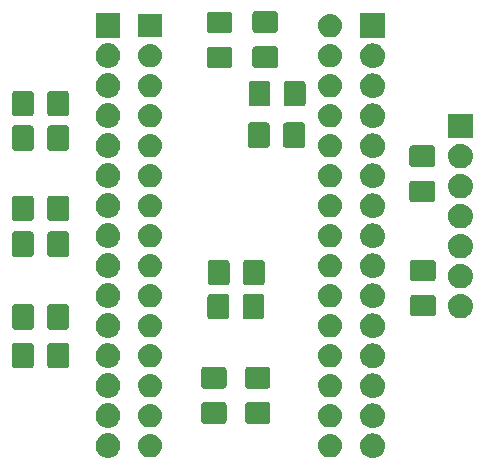
<source format=gbr>
G04 #@! TF.GenerationSoftware,KiCad,Pcbnew,5.0.2-bee76a0~70~ubuntu18.04.1*
G04 #@! TF.CreationDate,2019-01-29T19:41:14+01:00*
G04 #@! TF.ProjectId,ustepper_41_nano,75737465-7070-4657-925f-34315f6e616e,rev?*
G04 #@! TF.SameCoordinates,Original*
G04 #@! TF.FileFunction,Soldermask,Top*
G04 #@! TF.FilePolarity,Negative*
%FSLAX46Y46*%
G04 Gerber Fmt 4.6, Leading zero omitted, Abs format (unit mm)*
G04 Created by KiCad (PCBNEW 5.0.2-bee76a0~70~ubuntu18.04.1) date mar 29 ene 2019 19:41:14 CET*
%MOMM*%
%LPD*%
G01*
G04 APERTURE LIST*
%ADD10C,0.100000*%
G04 APERTURE END LIST*
D10*
G36*
X153849067Y-86972036D02*
X153926196Y-86979633D01*
X154058147Y-87019660D01*
X154124123Y-87039673D01*
X154306532Y-87137173D01*
X154466414Y-87268386D01*
X154597627Y-87428268D01*
X154695127Y-87610677D01*
X154697107Y-87617205D01*
X154755167Y-87808604D01*
X154775440Y-88014440D01*
X154755167Y-88220276D01*
X154715140Y-88352227D01*
X154695127Y-88418203D01*
X154597627Y-88600612D01*
X154466414Y-88760494D01*
X154306532Y-88891707D01*
X154124123Y-88989207D01*
X154082806Y-89001740D01*
X153926196Y-89049247D01*
X153849067Y-89056844D01*
X153771940Y-89064440D01*
X153668780Y-89064440D01*
X153591653Y-89056844D01*
X153514524Y-89049247D01*
X153357914Y-89001740D01*
X153316597Y-88989207D01*
X153134188Y-88891707D01*
X152974306Y-88760494D01*
X152843093Y-88600612D01*
X152745593Y-88418203D01*
X152725580Y-88352227D01*
X152685553Y-88220276D01*
X152665280Y-88014440D01*
X152685553Y-87808604D01*
X152743613Y-87617205D01*
X152745593Y-87610677D01*
X152843093Y-87428268D01*
X152974306Y-87268386D01*
X153134188Y-87137173D01*
X153316597Y-87039673D01*
X153382573Y-87019660D01*
X153514524Y-86979633D01*
X153591653Y-86972036D01*
X153668780Y-86964440D01*
X153771940Y-86964440D01*
X153849067Y-86972036D01*
X153849067Y-86972036D01*
G37*
G36*
X131443727Y-86961876D02*
X131520856Y-86969473D01*
X131627226Y-87001740D01*
X131718783Y-87029513D01*
X131901192Y-87127013D01*
X132061074Y-87258226D01*
X132192287Y-87418108D01*
X132289787Y-87600517D01*
X132294849Y-87617205D01*
X132349827Y-87798444D01*
X132370100Y-88004280D01*
X132349827Y-88210116D01*
X132309800Y-88342067D01*
X132289787Y-88408043D01*
X132192287Y-88590452D01*
X132061074Y-88750334D01*
X131901192Y-88881547D01*
X131718783Y-88979047D01*
X131685289Y-88989207D01*
X131520856Y-89039087D01*
X131443727Y-89046684D01*
X131366600Y-89054280D01*
X131263440Y-89054280D01*
X131186313Y-89046684D01*
X131109184Y-89039087D01*
X130944751Y-88989207D01*
X130911257Y-88979047D01*
X130728848Y-88881547D01*
X130568966Y-88750334D01*
X130437753Y-88590452D01*
X130340253Y-88408043D01*
X130320240Y-88342067D01*
X130280213Y-88210116D01*
X130259940Y-88004280D01*
X130280213Y-87798444D01*
X130335191Y-87617205D01*
X130340253Y-87600517D01*
X130437753Y-87418108D01*
X130568966Y-87258226D01*
X130728848Y-87127013D01*
X130911257Y-87029513D01*
X131002814Y-87001740D01*
X131109184Y-86969473D01*
X131186313Y-86961876D01*
X131263440Y-86954280D01*
X131366600Y-86954280D01*
X131443727Y-86961876D01*
X131443727Y-86961876D01*
G37*
G36*
X135074670Y-87016209D02*
X135074673Y-87016210D01*
X135074674Y-87016210D01*
X135263175Y-87073391D01*
X135263177Y-87073392D01*
X135436900Y-87166249D01*
X135589168Y-87291212D01*
X135714131Y-87443480D01*
X135714132Y-87443482D01*
X135806989Y-87617205D01*
X135864170Y-87805706D01*
X135864171Y-87805710D01*
X135883478Y-88001740D01*
X135864171Y-88197770D01*
X135864170Y-88197773D01*
X135864170Y-88197774D01*
X135857345Y-88220274D01*
X135806988Y-88386277D01*
X135714131Y-88560000D01*
X135589168Y-88712268D01*
X135436900Y-88837231D01*
X135436898Y-88837232D01*
X135263175Y-88930089D01*
X135074674Y-88987270D01*
X135074673Y-88987270D01*
X135074670Y-88987271D01*
X134927764Y-89001740D01*
X134829516Y-89001740D01*
X134682610Y-88987271D01*
X134682607Y-88987270D01*
X134682606Y-88987270D01*
X134494105Y-88930089D01*
X134320382Y-88837232D01*
X134320380Y-88837231D01*
X134168112Y-88712268D01*
X134043149Y-88560000D01*
X133950292Y-88386277D01*
X133899936Y-88220274D01*
X133893110Y-88197774D01*
X133893110Y-88197773D01*
X133893109Y-88197770D01*
X133873802Y-88001740D01*
X133893109Y-87805710D01*
X133893110Y-87805706D01*
X133950291Y-87617205D01*
X134043148Y-87443482D01*
X134043149Y-87443480D01*
X134168112Y-87291212D01*
X134320380Y-87166249D01*
X134494103Y-87073392D01*
X134494105Y-87073391D01*
X134682606Y-87016210D01*
X134682607Y-87016210D01*
X134682610Y-87016209D01*
X134829516Y-87001740D01*
X134927764Y-87001740D01*
X135074670Y-87016209D01*
X135074670Y-87016209D01*
G37*
G36*
X150314670Y-87016209D02*
X150314673Y-87016210D01*
X150314674Y-87016210D01*
X150503175Y-87073391D01*
X150503177Y-87073392D01*
X150676900Y-87166249D01*
X150829168Y-87291212D01*
X150954131Y-87443480D01*
X150954132Y-87443482D01*
X151046989Y-87617205D01*
X151104170Y-87805706D01*
X151104171Y-87805710D01*
X151123478Y-88001740D01*
X151104171Y-88197770D01*
X151104170Y-88197773D01*
X151104170Y-88197774D01*
X151097345Y-88220274D01*
X151046988Y-88386277D01*
X150954131Y-88560000D01*
X150829168Y-88712268D01*
X150676900Y-88837231D01*
X150676898Y-88837232D01*
X150503175Y-88930089D01*
X150314674Y-88987270D01*
X150314673Y-88987270D01*
X150314670Y-88987271D01*
X150167764Y-89001740D01*
X150069516Y-89001740D01*
X149922610Y-88987271D01*
X149922607Y-88987270D01*
X149922606Y-88987270D01*
X149734105Y-88930089D01*
X149560382Y-88837232D01*
X149560380Y-88837231D01*
X149408112Y-88712268D01*
X149283149Y-88560000D01*
X149190292Y-88386277D01*
X149139936Y-88220274D01*
X149133110Y-88197774D01*
X149133110Y-88197773D01*
X149133109Y-88197770D01*
X149113802Y-88001740D01*
X149133109Y-87805710D01*
X149133110Y-87805706D01*
X149190291Y-87617205D01*
X149283148Y-87443482D01*
X149283149Y-87443480D01*
X149408112Y-87291212D01*
X149560380Y-87166249D01*
X149734103Y-87073392D01*
X149734105Y-87073391D01*
X149922606Y-87016210D01*
X149922607Y-87016210D01*
X149922610Y-87016209D01*
X150069516Y-87001740D01*
X150167764Y-87001740D01*
X150314670Y-87016209D01*
X150314670Y-87016209D01*
G37*
G36*
X153849067Y-84432037D02*
X153926196Y-84439633D01*
X154058147Y-84479660D01*
X154124123Y-84499673D01*
X154306532Y-84597173D01*
X154466414Y-84728386D01*
X154597627Y-84888268D01*
X154695127Y-85070677D01*
X154697107Y-85077205D01*
X154755167Y-85268604D01*
X154775440Y-85474440D01*
X154755167Y-85680276D01*
X154715140Y-85812227D01*
X154695127Y-85878203D01*
X154597627Y-86060612D01*
X154466414Y-86220494D01*
X154306532Y-86351707D01*
X154124123Y-86449207D01*
X154082806Y-86461740D01*
X153926196Y-86509247D01*
X153849067Y-86516844D01*
X153771940Y-86524440D01*
X153668780Y-86524440D01*
X153591653Y-86516844D01*
X153514524Y-86509247D01*
X153357914Y-86461740D01*
X153316597Y-86449207D01*
X153134188Y-86351707D01*
X152974306Y-86220494D01*
X152843093Y-86060612D01*
X152745593Y-85878203D01*
X152725580Y-85812227D01*
X152685553Y-85680276D01*
X152665280Y-85474440D01*
X152685553Y-85268604D01*
X152743613Y-85077205D01*
X152745593Y-85070677D01*
X152843093Y-84888268D01*
X152974306Y-84728386D01*
X153134188Y-84597173D01*
X153316597Y-84499673D01*
X153382573Y-84479660D01*
X153514524Y-84439633D01*
X153591653Y-84432037D01*
X153668780Y-84424440D01*
X153771940Y-84424440D01*
X153849067Y-84432037D01*
X153849067Y-84432037D01*
G37*
G36*
X131443727Y-84421876D02*
X131520856Y-84429473D01*
X131619697Y-84459456D01*
X131718783Y-84489513D01*
X131901192Y-84587013D01*
X132061074Y-84718226D01*
X132192287Y-84878108D01*
X132289787Y-85060517D01*
X132294849Y-85077205D01*
X132349827Y-85258444D01*
X132370100Y-85464280D01*
X132349827Y-85670116D01*
X132309800Y-85802067D01*
X132289787Y-85868043D01*
X132192287Y-86050452D01*
X132061074Y-86210334D01*
X131901192Y-86341547D01*
X131718783Y-86439047D01*
X131685289Y-86449207D01*
X131520856Y-86499087D01*
X131443727Y-86506684D01*
X131366600Y-86514280D01*
X131263440Y-86514280D01*
X131186313Y-86506684D01*
X131109184Y-86499087D01*
X130944751Y-86449207D01*
X130911257Y-86439047D01*
X130728848Y-86341547D01*
X130568966Y-86210334D01*
X130437753Y-86050452D01*
X130340253Y-85868043D01*
X130320240Y-85802067D01*
X130280213Y-85670116D01*
X130259940Y-85464280D01*
X130280213Y-85258444D01*
X130335191Y-85077205D01*
X130340253Y-85060517D01*
X130437753Y-84878108D01*
X130568966Y-84718226D01*
X130728848Y-84587013D01*
X130911257Y-84489513D01*
X131010343Y-84459456D01*
X131109184Y-84429473D01*
X131186313Y-84421876D01*
X131263440Y-84414280D01*
X131366600Y-84414280D01*
X131443727Y-84421876D01*
X131443727Y-84421876D01*
G37*
G36*
X150314670Y-84476209D02*
X150314673Y-84476210D01*
X150314674Y-84476210D01*
X150503175Y-84533391D01*
X150503177Y-84533392D01*
X150676900Y-84626249D01*
X150829168Y-84751212D01*
X150954131Y-84903480D01*
X150954132Y-84903482D01*
X151046989Y-85077205D01*
X151104170Y-85265706D01*
X151104171Y-85265710D01*
X151123478Y-85461740D01*
X151104171Y-85657770D01*
X151104170Y-85657773D01*
X151104170Y-85657774D01*
X151054358Y-85821984D01*
X151046988Y-85846277D01*
X150954131Y-86020000D01*
X150829168Y-86172268D01*
X150676900Y-86297231D01*
X150676898Y-86297232D01*
X150503175Y-86390089D01*
X150314674Y-86447270D01*
X150314673Y-86447270D01*
X150314670Y-86447271D01*
X150167764Y-86461740D01*
X150069516Y-86461740D01*
X149922610Y-86447271D01*
X149922607Y-86447270D01*
X149922606Y-86447270D01*
X149734105Y-86390089D01*
X149560382Y-86297232D01*
X149560380Y-86297231D01*
X149408112Y-86172268D01*
X149283149Y-86020000D01*
X149190292Y-85846277D01*
X149182923Y-85821984D01*
X149133110Y-85657774D01*
X149133110Y-85657773D01*
X149133109Y-85657770D01*
X149113802Y-85461740D01*
X149133109Y-85265710D01*
X149133110Y-85265706D01*
X149190291Y-85077205D01*
X149283148Y-84903482D01*
X149283149Y-84903480D01*
X149408112Y-84751212D01*
X149560380Y-84626249D01*
X149734103Y-84533392D01*
X149734105Y-84533391D01*
X149922606Y-84476210D01*
X149922607Y-84476210D01*
X149922610Y-84476209D01*
X150069516Y-84461740D01*
X150167764Y-84461740D01*
X150314670Y-84476209D01*
X150314670Y-84476209D01*
G37*
G36*
X135074670Y-84476209D02*
X135074673Y-84476210D01*
X135074674Y-84476210D01*
X135263175Y-84533391D01*
X135263177Y-84533392D01*
X135436900Y-84626249D01*
X135589168Y-84751212D01*
X135714131Y-84903480D01*
X135714132Y-84903482D01*
X135806989Y-85077205D01*
X135864170Y-85265706D01*
X135864171Y-85265710D01*
X135883478Y-85461740D01*
X135864171Y-85657770D01*
X135864170Y-85657773D01*
X135864170Y-85657774D01*
X135814358Y-85821984D01*
X135806988Y-85846277D01*
X135714131Y-86020000D01*
X135589168Y-86172268D01*
X135436900Y-86297231D01*
X135436898Y-86297232D01*
X135263175Y-86390089D01*
X135074674Y-86447270D01*
X135074673Y-86447270D01*
X135074670Y-86447271D01*
X134927764Y-86461740D01*
X134829516Y-86461740D01*
X134682610Y-86447271D01*
X134682607Y-86447270D01*
X134682606Y-86447270D01*
X134494105Y-86390089D01*
X134320382Y-86297232D01*
X134320380Y-86297231D01*
X134168112Y-86172268D01*
X134043149Y-86020000D01*
X133950292Y-85846277D01*
X133942923Y-85821984D01*
X133893110Y-85657774D01*
X133893110Y-85657773D01*
X133893109Y-85657770D01*
X133873802Y-85461740D01*
X133893109Y-85265710D01*
X133893110Y-85265706D01*
X133950291Y-85077205D01*
X134043148Y-84903482D01*
X134043149Y-84903480D01*
X134168112Y-84751212D01*
X134320380Y-84626249D01*
X134494103Y-84533392D01*
X134494105Y-84533391D01*
X134682606Y-84476210D01*
X134682607Y-84476210D01*
X134682610Y-84476209D01*
X134829516Y-84461740D01*
X134927764Y-84461740D01*
X135074670Y-84476209D01*
X135074670Y-84476209D01*
G37*
G36*
X141161162Y-84322346D02*
X141205884Y-84335913D01*
X141247113Y-84357950D01*
X141283241Y-84387599D01*
X141312890Y-84423727D01*
X141334927Y-84464956D01*
X141348494Y-84509678D01*
X141353680Y-84562335D01*
X141353680Y-85896985D01*
X141348494Y-85949642D01*
X141334927Y-85994364D01*
X141312890Y-86035593D01*
X141283241Y-86071721D01*
X141247113Y-86101370D01*
X141205884Y-86123407D01*
X141161162Y-86136974D01*
X141108505Y-86142160D01*
X139448855Y-86142160D01*
X139396198Y-86136974D01*
X139351476Y-86123407D01*
X139310247Y-86101370D01*
X139274119Y-86071721D01*
X139244470Y-86035593D01*
X139222433Y-85994364D01*
X139208866Y-85949642D01*
X139203680Y-85896985D01*
X139203680Y-84562335D01*
X139208866Y-84509678D01*
X139222433Y-84464956D01*
X139244470Y-84423727D01*
X139274119Y-84387599D01*
X139310247Y-84357950D01*
X139351476Y-84335913D01*
X139396198Y-84322346D01*
X139448855Y-84317160D01*
X141108505Y-84317160D01*
X141161162Y-84322346D01*
X141161162Y-84322346D01*
G37*
G36*
X144882262Y-84322346D02*
X144926984Y-84335913D01*
X144968213Y-84357950D01*
X145004341Y-84387599D01*
X145033990Y-84423727D01*
X145056027Y-84464956D01*
X145069594Y-84509678D01*
X145074780Y-84562335D01*
X145074780Y-85896985D01*
X145069594Y-85949642D01*
X145056027Y-85994364D01*
X145033990Y-86035593D01*
X145004341Y-86071721D01*
X144968213Y-86101370D01*
X144926984Y-86123407D01*
X144882262Y-86136974D01*
X144829605Y-86142160D01*
X143169955Y-86142160D01*
X143117298Y-86136974D01*
X143072576Y-86123407D01*
X143031347Y-86101370D01*
X142995219Y-86071721D01*
X142965570Y-86035593D01*
X142943533Y-85994364D01*
X142929966Y-85949642D01*
X142924780Y-85896985D01*
X142924780Y-84562335D01*
X142929966Y-84509678D01*
X142943533Y-84464956D01*
X142965570Y-84423727D01*
X142995219Y-84387599D01*
X143031347Y-84357950D01*
X143072576Y-84335913D01*
X143117298Y-84322346D01*
X143169955Y-84317160D01*
X144829605Y-84317160D01*
X144882262Y-84322346D01*
X144882262Y-84322346D01*
G37*
G36*
X153849067Y-81892036D02*
X153926196Y-81899633D01*
X154058147Y-81939660D01*
X154124123Y-81959673D01*
X154306532Y-82057173D01*
X154466414Y-82188386D01*
X154597627Y-82348268D01*
X154695127Y-82530677D01*
X154697107Y-82537205D01*
X154755167Y-82728604D01*
X154775440Y-82934440D01*
X154755167Y-83140276D01*
X154715140Y-83272227D01*
X154695127Y-83338203D01*
X154597627Y-83520612D01*
X154466414Y-83680494D01*
X154306532Y-83811707D01*
X154124123Y-83909207D01*
X154082806Y-83921740D01*
X153926196Y-83969247D01*
X153849067Y-83976843D01*
X153771940Y-83984440D01*
X153668780Y-83984440D01*
X153591653Y-83976843D01*
X153514524Y-83969247D01*
X153357914Y-83921740D01*
X153316597Y-83909207D01*
X153134188Y-83811707D01*
X152974306Y-83680494D01*
X152843093Y-83520612D01*
X152745593Y-83338203D01*
X152725580Y-83272227D01*
X152685553Y-83140276D01*
X152665280Y-82934440D01*
X152685553Y-82728604D01*
X152743613Y-82537205D01*
X152745593Y-82530677D01*
X152843093Y-82348268D01*
X152974306Y-82188386D01*
X153134188Y-82057173D01*
X153316597Y-81959673D01*
X153382573Y-81939660D01*
X153514524Y-81899633D01*
X153591653Y-81892036D01*
X153668780Y-81884440D01*
X153771940Y-81884440D01*
X153849067Y-81892036D01*
X153849067Y-81892036D01*
G37*
G36*
X131443727Y-81881877D02*
X131520856Y-81889473D01*
X131627226Y-81921740D01*
X131718783Y-81949513D01*
X131901192Y-82047013D01*
X132061074Y-82178226D01*
X132192287Y-82338108D01*
X132289787Y-82520517D01*
X132294849Y-82537205D01*
X132349827Y-82718444D01*
X132370100Y-82924280D01*
X132349827Y-83130116D01*
X132309800Y-83262067D01*
X132289787Y-83328043D01*
X132192287Y-83510452D01*
X132061074Y-83670334D01*
X131901192Y-83801547D01*
X131718783Y-83899047D01*
X131685289Y-83909207D01*
X131520856Y-83959087D01*
X131443727Y-83966683D01*
X131366600Y-83974280D01*
X131263440Y-83974280D01*
X131186313Y-83966683D01*
X131109184Y-83959087D01*
X130944751Y-83909207D01*
X130911257Y-83899047D01*
X130728848Y-83801547D01*
X130568966Y-83670334D01*
X130437753Y-83510452D01*
X130340253Y-83328043D01*
X130320240Y-83262067D01*
X130280213Y-83130116D01*
X130259940Y-82924280D01*
X130280213Y-82718444D01*
X130335191Y-82537205D01*
X130340253Y-82520517D01*
X130437753Y-82338108D01*
X130568966Y-82178226D01*
X130728848Y-82047013D01*
X130911257Y-81949513D01*
X131002814Y-81921740D01*
X131109184Y-81889473D01*
X131186313Y-81881877D01*
X131263440Y-81874280D01*
X131366600Y-81874280D01*
X131443727Y-81881877D01*
X131443727Y-81881877D01*
G37*
G36*
X135074670Y-81936209D02*
X135074673Y-81936210D01*
X135074674Y-81936210D01*
X135263175Y-81993391D01*
X135263177Y-81993392D01*
X135436900Y-82086249D01*
X135589168Y-82211212D01*
X135714131Y-82363480D01*
X135714132Y-82363482D01*
X135806989Y-82537205D01*
X135864170Y-82725706D01*
X135864171Y-82725710D01*
X135883478Y-82921740D01*
X135864171Y-83117770D01*
X135864170Y-83117773D01*
X135864170Y-83117774D01*
X135854878Y-83148407D01*
X135806988Y-83306277D01*
X135714131Y-83480000D01*
X135589168Y-83632268D01*
X135436900Y-83757231D01*
X135436898Y-83757232D01*
X135263175Y-83850089D01*
X135074674Y-83907270D01*
X135074673Y-83907270D01*
X135074670Y-83907271D01*
X134927764Y-83921740D01*
X134829516Y-83921740D01*
X134682610Y-83907271D01*
X134682607Y-83907270D01*
X134682606Y-83907270D01*
X134494105Y-83850089D01*
X134320382Y-83757232D01*
X134320380Y-83757231D01*
X134168112Y-83632268D01*
X134043149Y-83480000D01*
X133950292Y-83306277D01*
X133902403Y-83148407D01*
X133893110Y-83117774D01*
X133893110Y-83117773D01*
X133893109Y-83117770D01*
X133873802Y-82921740D01*
X133893109Y-82725710D01*
X133893110Y-82725706D01*
X133950291Y-82537205D01*
X134043148Y-82363482D01*
X134043149Y-82363480D01*
X134168112Y-82211212D01*
X134320380Y-82086249D01*
X134494103Y-81993392D01*
X134494105Y-81993391D01*
X134682606Y-81936210D01*
X134682607Y-81936210D01*
X134682610Y-81936209D01*
X134829516Y-81921740D01*
X134927764Y-81921740D01*
X135074670Y-81936209D01*
X135074670Y-81936209D01*
G37*
G36*
X150314670Y-81936209D02*
X150314673Y-81936210D01*
X150314674Y-81936210D01*
X150503175Y-81993391D01*
X150503177Y-81993392D01*
X150676900Y-82086249D01*
X150829168Y-82211212D01*
X150954131Y-82363480D01*
X150954132Y-82363482D01*
X151046989Y-82537205D01*
X151104170Y-82725706D01*
X151104171Y-82725710D01*
X151123478Y-82921740D01*
X151104171Y-83117770D01*
X151104170Y-83117773D01*
X151104170Y-83117774D01*
X151094878Y-83148407D01*
X151046988Y-83306277D01*
X150954131Y-83480000D01*
X150829168Y-83632268D01*
X150676900Y-83757231D01*
X150676898Y-83757232D01*
X150503175Y-83850089D01*
X150314674Y-83907270D01*
X150314673Y-83907270D01*
X150314670Y-83907271D01*
X150167764Y-83921740D01*
X150069516Y-83921740D01*
X149922610Y-83907271D01*
X149922607Y-83907270D01*
X149922606Y-83907270D01*
X149734105Y-83850089D01*
X149560382Y-83757232D01*
X149560380Y-83757231D01*
X149408112Y-83632268D01*
X149283149Y-83480000D01*
X149190292Y-83306277D01*
X149142403Y-83148407D01*
X149133110Y-83117774D01*
X149133110Y-83117773D01*
X149133109Y-83117770D01*
X149113802Y-82921740D01*
X149133109Y-82725710D01*
X149133110Y-82725706D01*
X149190291Y-82537205D01*
X149283148Y-82363482D01*
X149283149Y-82363480D01*
X149408112Y-82211212D01*
X149560380Y-82086249D01*
X149734103Y-81993392D01*
X149734105Y-81993391D01*
X149922606Y-81936210D01*
X149922607Y-81936210D01*
X149922610Y-81936209D01*
X150069516Y-81921740D01*
X150167764Y-81921740D01*
X150314670Y-81936209D01*
X150314670Y-81936209D01*
G37*
G36*
X141161162Y-81347346D02*
X141205884Y-81360913D01*
X141247113Y-81382950D01*
X141283241Y-81412599D01*
X141312890Y-81448727D01*
X141334927Y-81489956D01*
X141348494Y-81534678D01*
X141353680Y-81587335D01*
X141353680Y-82921985D01*
X141348494Y-82974642D01*
X141334927Y-83019364D01*
X141312890Y-83060593D01*
X141283241Y-83096721D01*
X141247113Y-83126370D01*
X141205884Y-83148407D01*
X141161162Y-83161974D01*
X141108505Y-83167160D01*
X139448855Y-83167160D01*
X139396198Y-83161974D01*
X139351476Y-83148407D01*
X139310247Y-83126370D01*
X139274119Y-83096721D01*
X139244470Y-83060593D01*
X139222433Y-83019364D01*
X139208866Y-82974642D01*
X139203680Y-82921985D01*
X139203680Y-81587335D01*
X139208866Y-81534678D01*
X139222433Y-81489956D01*
X139244470Y-81448727D01*
X139274119Y-81412599D01*
X139310247Y-81382950D01*
X139351476Y-81360913D01*
X139396198Y-81347346D01*
X139448855Y-81342160D01*
X141108505Y-81342160D01*
X141161162Y-81347346D01*
X141161162Y-81347346D01*
G37*
G36*
X144882262Y-81347346D02*
X144926984Y-81360913D01*
X144968213Y-81382950D01*
X145004341Y-81412599D01*
X145033990Y-81448727D01*
X145056027Y-81489956D01*
X145069594Y-81534678D01*
X145074780Y-81587335D01*
X145074780Y-82921985D01*
X145069594Y-82974642D01*
X145056027Y-83019364D01*
X145033990Y-83060593D01*
X145004341Y-83096721D01*
X144968213Y-83126370D01*
X144926984Y-83148407D01*
X144882262Y-83161974D01*
X144829605Y-83167160D01*
X143169955Y-83167160D01*
X143117298Y-83161974D01*
X143072576Y-83148407D01*
X143031347Y-83126370D01*
X142995219Y-83096721D01*
X142965570Y-83060593D01*
X142943533Y-83019364D01*
X142929966Y-82974642D01*
X142924780Y-82921985D01*
X142924780Y-81587335D01*
X142929966Y-81534678D01*
X142943533Y-81489956D01*
X142965570Y-81448727D01*
X142995219Y-81412599D01*
X143031347Y-81382950D01*
X143072576Y-81360913D01*
X143117298Y-81347346D01*
X143169955Y-81342160D01*
X144829605Y-81342160D01*
X144882262Y-81347346D01*
X144882262Y-81347346D01*
G37*
G36*
X153849067Y-79352037D02*
X153926196Y-79359633D01*
X154058147Y-79399660D01*
X154124123Y-79419673D01*
X154306532Y-79517173D01*
X154466414Y-79648386D01*
X154597627Y-79808268D01*
X154695127Y-79990677D01*
X154697107Y-79997205D01*
X154755167Y-80188604D01*
X154775440Y-80394440D01*
X154755167Y-80600276D01*
X154715140Y-80732227D01*
X154695127Y-80798203D01*
X154597627Y-80980612D01*
X154466414Y-81140494D01*
X154306532Y-81271707D01*
X154124123Y-81369207D01*
X154058147Y-81389220D01*
X153926196Y-81429247D01*
X153858271Y-81435937D01*
X153771940Y-81444440D01*
X153668780Y-81444440D01*
X153582449Y-81435937D01*
X153514524Y-81429247D01*
X153382573Y-81389220D01*
X153316597Y-81369207D01*
X153134188Y-81271707D01*
X152974306Y-81140494D01*
X152843093Y-80980612D01*
X152745593Y-80798203D01*
X152725580Y-80732227D01*
X152685553Y-80600276D01*
X152665280Y-80394440D01*
X152685553Y-80188604D01*
X152743613Y-79997205D01*
X152745593Y-79990677D01*
X152843093Y-79808268D01*
X152974306Y-79648386D01*
X153134188Y-79517173D01*
X153316597Y-79419673D01*
X153382573Y-79399660D01*
X153514524Y-79359633D01*
X153591653Y-79352037D01*
X153668780Y-79344440D01*
X153771940Y-79344440D01*
X153849067Y-79352037D01*
X153849067Y-79352037D01*
G37*
G36*
X131443727Y-79341876D02*
X131520856Y-79349473D01*
X131613766Y-79377657D01*
X131718783Y-79409513D01*
X131901192Y-79507013D01*
X132061074Y-79638226D01*
X132192287Y-79798108D01*
X132289787Y-79980517D01*
X132294849Y-79997205D01*
X132349827Y-80178444D01*
X132370100Y-80384280D01*
X132349827Y-80590116D01*
X132309800Y-80722067D01*
X132289787Y-80788043D01*
X132192287Y-80970452D01*
X132061074Y-81130334D01*
X131901192Y-81261547D01*
X131718783Y-81359047D01*
X131685289Y-81369207D01*
X131520856Y-81419087D01*
X131443727Y-81426683D01*
X131366600Y-81434280D01*
X131263440Y-81434280D01*
X131186313Y-81426683D01*
X131109184Y-81419087D01*
X130944751Y-81369207D01*
X130911257Y-81359047D01*
X130728848Y-81261547D01*
X130568966Y-81130334D01*
X130437753Y-80970452D01*
X130340253Y-80788043D01*
X130320240Y-80722067D01*
X130280213Y-80590116D01*
X130259940Y-80384280D01*
X130280213Y-80178444D01*
X130335191Y-79997205D01*
X130340253Y-79980517D01*
X130437753Y-79798108D01*
X130568966Y-79638226D01*
X130728848Y-79507013D01*
X130911257Y-79409513D01*
X131016274Y-79377657D01*
X131109184Y-79349473D01*
X131186313Y-79341876D01*
X131263440Y-79334280D01*
X131366600Y-79334280D01*
X131443727Y-79341876D01*
X131443727Y-79341876D01*
G37*
G36*
X124835042Y-79289066D02*
X124879764Y-79302633D01*
X124920993Y-79324670D01*
X124957121Y-79354319D01*
X124986770Y-79390447D01*
X125008807Y-79431676D01*
X125022374Y-79476398D01*
X125027560Y-79529055D01*
X125027560Y-81188705D01*
X125022374Y-81241362D01*
X125008807Y-81286084D01*
X124986770Y-81327313D01*
X124957121Y-81363441D01*
X124920993Y-81393090D01*
X124879764Y-81415127D01*
X124835042Y-81428694D01*
X124782385Y-81433880D01*
X123447735Y-81433880D01*
X123395078Y-81428694D01*
X123350356Y-81415127D01*
X123309127Y-81393090D01*
X123272999Y-81363441D01*
X123243350Y-81327313D01*
X123221313Y-81286084D01*
X123207746Y-81241362D01*
X123202560Y-81188705D01*
X123202560Y-79529055D01*
X123207746Y-79476398D01*
X123221313Y-79431676D01*
X123243350Y-79390447D01*
X123272999Y-79354319D01*
X123309127Y-79324670D01*
X123350356Y-79302633D01*
X123395078Y-79289066D01*
X123447735Y-79283880D01*
X124782385Y-79283880D01*
X124835042Y-79289066D01*
X124835042Y-79289066D01*
G37*
G36*
X127810042Y-79289066D02*
X127854764Y-79302633D01*
X127895993Y-79324670D01*
X127932121Y-79354319D01*
X127961770Y-79390447D01*
X127983807Y-79431676D01*
X127997374Y-79476398D01*
X128002560Y-79529055D01*
X128002560Y-81188705D01*
X127997374Y-81241362D01*
X127983807Y-81286084D01*
X127961770Y-81327313D01*
X127932121Y-81363441D01*
X127895993Y-81393090D01*
X127854764Y-81415127D01*
X127810042Y-81428694D01*
X127757385Y-81433880D01*
X126422735Y-81433880D01*
X126370078Y-81428694D01*
X126325356Y-81415127D01*
X126284127Y-81393090D01*
X126247999Y-81363441D01*
X126218350Y-81327313D01*
X126196313Y-81286084D01*
X126182746Y-81241362D01*
X126177560Y-81188705D01*
X126177560Y-79529055D01*
X126182746Y-79476398D01*
X126196313Y-79431676D01*
X126218350Y-79390447D01*
X126247999Y-79354319D01*
X126284127Y-79324670D01*
X126325356Y-79302633D01*
X126370078Y-79289066D01*
X126422735Y-79283880D01*
X127757385Y-79283880D01*
X127810042Y-79289066D01*
X127810042Y-79289066D01*
G37*
G36*
X150314670Y-79396209D02*
X150314673Y-79396210D01*
X150314674Y-79396210D01*
X150503175Y-79453391D01*
X150503177Y-79453392D01*
X150676900Y-79546249D01*
X150829168Y-79671212D01*
X150954131Y-79823480D01*
X150954132Y-79823482D01*
X151046989Y-79997205D01*
X151104170Y-80185706D01*
X151104171Y-80185710D01*
X151123478Y-80381740D01*
X151104171Y-80577770D01*
X151104170Y-80577773D01*
X151104170Y-80577774D01*
X151097345Y-80600274D01*
X151046988Y-80766277D01*
X150954131Y-80940000D01*
X150829168Y-81092268D01*
X150676900Y-81217231D01*
X150503177Y-81310088D01*
X150503175Y-81310089D01*
X150314674Y-81367270D01*
X150314673Y-81367270D01*
X150314670Y-81367271D01*
X150167764Y-81381740D01*
X150069516Y-81381740D01*
X149922610Y-81367271D01*
X149922607Y-81367270D01*
X149922606Y-81367270D01*
X149734105Y-81310089D01*
X149734103Y-81310088D01*
X149560380Y-81217231D01*
X149408112Y-81092268D01*
X149283149Y-80940000D01*
X149190292Y-80766277D01*
X149139936Y-80600274D01*
X149133110Y-80577774D01*
X149133110Y-80577773D01*
X149133109Y-80577770D01*
X149113802Y-80381740D01*
X149133109Y-80185710D01*
X149133110Y-80185706D01*
X149190291Y-79997205D01*
X149283148Y-79823482D01*
X149283149Y-79823480D01*
X149408112Y-79671212D01*
X149560380Y-79546249D01*
X149734103Y-79453392D01*
X149734105Y-79453391D01*
X149922606Y-79396210D01*
X149922607Y-79396210D01*
X149922610Y-79396209D01*
X150069516Y-79381740D01*
X150167764Y-79381740D01*
X150314670Y-79396209D01*
X150314670Y-79396209D01*
G37*
G36*
X135074670Y-79396209D02*
X135074673Y-79396210D01*
X135074674Y-79396210D01*
X135263175Y-79453391D01*
X135263177Y-79453392D01*
X135436900Y-79546249D01*
X135589168Y-79671212D01*
X135714131Y-79823480D01*
X135714132Y-79823482D01*
X135806989Y-79997205D01*
X135864170Y-80185706D01*
X135864171Y-80185710D01*
X135883478Y-80381740D01*
X135864171Y-80577770D01*
X135864170Y-80577773D01*
X135864170Y-80577774D01*
X135857345Y-80600274D01*
X135806988Y-80766277D01*
X135714131Y-80940000D01*
X135589168Y-81092268D01*
X135436900Y-81217231D01*
X135263177Y-81310088D01*
X135263175Y-81310089D01*
X135074674Y-81367270D01*
X135074673Y-81367270D01*
X135074670Y-81367271D01*
X134927764Y-81381740D01*
X134829516Y-81381740D01*
X134682610Y-81367271D01*
X134682607Y-81367270D01*
X134682606Y-81367270D01*
X134494105Y-81310089D01*
X134494103Y-81310088D01*
X134320380Y-81217231D01*
X134168112Y-81092268D01*
X134043149Y-80940000D01*
X133950292Y-80766277D01*
X133899936Y-80600274D01*
X133893110Y-80577774D01*
X133893110Y-80577773D01*
X133893109Y-80577770D01*
X133873802Y-80381740D01*
X133893109Y-80185710D01*
X133893110Y-80185706D01*
X133950291Y-79997205D01*
X134043148Y-79823482D01*
X134043149Y-79823480D01*
X134168112Y-79671212D01*
X134320380Y-79546249D01*
X134494103Y-79453392D01*
X134494105Y-79453391D01*
X134682606Y-79396210D01*
X134682607Y-79396210D01*
X134682610Y-79396209D01*
X134829516Y-79381740D01*
X134927764Y-79381740D01*
X135074670Y-79396209D01*
X135074670Y-79396209D01*
G37*
G36*
X153842655Y-76811405D02*
X153926196Y-76819633D01*
X154055741Y-76858930D01*
X154124123Y-76879673D01*
X154306532Y-76977173D01*
X154466414Y-77108386D01*
X154597627Y-77268268D01*
X154695127Y-77450677D01*
X154697107Y-77457205D01*
X154755167Y-77648604D01*
X154775440Y-77854440D01*
X154755167Y-78060276D01*
X154741715Y-78104621D01*
X154695127Y-78258203D01*
X154597627Y-78440612D01*
X154466414Y-78600494D01*
X154306532Y-78731707D01*
X154124123Y-78829207D01*
X154082806Y-78841740D01*
X153926196Y-78889247D01*
X153849067Y-78896843D01*
X153771940Y-78904440D01*
X153668780Y-78904440D01*
X153591653Y-78896843D01*
X153514524Y-78889247D01*
X153357914Y-78841740D01*
X153316597Y-78829207D01*
X153134188Y-78731707D01*
X152974306Y-78600494D01*
X152843093Y-78440612D01*
X152745593Y-78258203D01*
X152699005Y-78104621D01*
X152685553Y-78060276D01*
X152665280Y-77854440D01*
X152685553Y-77648604D01*
X152743613Y-77457205D01*
X152745593Y-77450677D01*
X152843093Y-77268268D01*
X152974306Y-77108386D01*
X153134188Y-76977173D01*
X153316597Y-76879673D01*
X153384979Y-76858930D01*
X153514524Y-76819633D01*
X153598065Y-76811405D01*
X153668780Y-76804440D01*
X153771940Y-76804440D01*
X153842655Y-76811405D01*
X153842655Y-76811405D01*
G37*
G36*
X131443727Y-76801877D02*
X131520856Y-76809473D01*
X131627226Y-76841740D01*
X131718783Y-76869513D01*
X131901192Y-76967013D01*
X132061074Y-77098226D01*
X132192287Y-77258108D01*
X132289787Y-77440517D01*
X132294849Y-77457205D01*
X132349827Y-77638444D01*
X132370100Y-77844280D01*
X132349827Y-78050116D01*
X132333293Y-78104621D01*
X132289787Y-78248043D01*
X132192287Y-78430452D01*
X132061074Y-78590334D01*
X131901192Y-78721547D01*
X131718783Y-78819047D01*
X131685289Y-78829207D01*
X131520856Y-78879087D01*
X131443727Y-78886683D01*
X131366600Y-78894280D01*
X131263440Y-78894280D01*
X131186313Y-78886683D01*
X131109184Y-78879087D01*
X130944751Y-78829207D01*
X130911257Y-78819047D01*
X130728848Y-78721547D01*
X130568966Y-78590334D01*
X130437753Y-78430452D01*
X130340253Y-78248043D01*
X130296747Y-78104621D01*
X130280213Y-78050116D01*
X130259940Y-77844280D01*
X130280213Y-77638444D01*
X130335191Y-77457205D01*
X130340253Y-77440517D01*
X130437753Y-77258108D01*
X130568966Y-77098226D01*
X130728848Y-76967013D01*
X130911257Y-76869513D01*
X131002814Y-76841740D01*
X131109184Y-76809473D01*
X131186313Y-76801877D01*
X131263440Y-76794280D01*
X131366600Y-76794280D01*
X131443727Y-76801877D01*
X131443727Y-76801877D01*
G37*
G36*
X135074670Y-76856209D02*
X135074673Y-76856210D01*
X135074674Y-76856210D01*
X135263175Y-76913391D01*
X135263177Y-76913392D01*
X135436900Y-77006249D01*
X135589168Y-77131212D01*
X135714131Y-77283480D01*
X135714132Y-77283482D01*
X135806989Y-77457205D01*
X135864170Y-77645706D01*
X135864171Y-77645710D01*
X135883478Y-77841740D01*
X135864171Y-78037770D01*
X135864170Y-78037773D01*
X135864170Y-78037774D01*
X135828214Y-78156307D01*
X135806988Y-78226277D01*
X135714131Y-78400000D01*
X135589168Y-78552268D01*
X135436900Y-78677231D01*
X135436898Y-78677232D01*
X135263175Y-78770089D01*
X135074674Y-78827270D01*
X135074673Y-78827270D01*
X135074670Y-78827271D01*
X134927764Y-78841740D01*
X134829516Y-78841740D01*
X134682610Y-78827271D01*
X134682607Y-78827270D01*
X134682606Y-78827270D01*
X134494105Y-78770089D01*
X134320382Y-78677232D01*
X134320380Y-78677231D01*
X134168112Y-78552268D01*
X134043149Y-78400000D01*
X133950292Y-78226277D01*
X133929067Y-78156307D01*
X133893110Y-78037774D01*
X133893110Y-78037773D01*
X133893109Y-78037770D01*
X133873802Y-77841740D01*
X133893109Y-77645710D01*
X133893110Y-77645706D01*
X133950291Y-77457205D01*
X134043148Y-77283482D01*
X134043149Y-77283480D01*
X134168112Y-77131212D01*
X134320380Y-77006249D01*
X134494103Y-76913392D01*
X134494105Y-76913391D01*
X134682606Y-76856210D01*
X134682607Y-76856210D01*
X134682610Y-76856209D01*
X134829516Y-76841740D01*
X134927764Y-76841740D01*
X135074670Y-76856209D01*
X135074670Y-76856209D01*
G37*
G36*
X150314670Y-76856209D02*
X150314673Y-76856210D01*
X150314674Y-76856210D01*
X150503175Y-76913391D01*
X150503177Y-76913392D01*
X150676900Y-77006249D01*
X150829168Y-77131212D01*
X150954131Y-77283480D01*
X150954132Y-77283482D01*
X151046989Y-77457205D01*
X151104170Y-77645706D01*
X151104171Y-77645710D01*
X151123478Y-77841740D01*
X151104171Y-78037770D01*
X151104170Y-78037773D01*
X151104170Y-78037774D01*
X151068214Y-78156307D01*
X151046988Y-78226277D01*
X150954131Y-78400000D01*
X150829168Y-78552268D01*
X150676900Y-78677231D01*
X150676898Y-78677232D01*
X150503175Y-78770089D01*
X150314674Y-78827270D01*
X150314673Y-78827270D01*
X150314670Y-78827271D01*
X150167764Y-78841740D01*
X150069516Y-78841740D01*
X149922610Y-78827271D01*
X149922607Y-78827270D01*
X149922606Y-78827270D01*
X149734105Y-78770089D01*
X149560382Y-78677232D01*
X149560380Y-78677231D01*
X149408112Y-78552268D01*
X149283149Y-78400000D01*
X149190292Y-78226277D01*
X149169067Y-78156307D01*
X149133110Y-78037774D01*
X149133110Y-78037773D01*
X149133109Y-78037770D01*
X149113802Y-77841740D01*
X149133109Y-77645710D01*
X149133110Y-77645706D01*
X149190291Y-77457205D01*
X149283148Y-77283482D01*
X149283149Y-77283480D01*
X149408112Y-77131212D01*
X149560380Y-77006249D01*
X149734103Y-76913392D01*
X149734105Y-76913391D01*
X149922606Y-76856210D01*
X149922607Y-76856210D01*
X149922610Y-76856209D01*
X150069516Y-76841740D01*
X150167764Y-76841740D01*
X150314670Y-76856209D01*
X150314670Y-76856209D01*
G37*
G36*
X127810042Y-76030246D02*
X127854764Y-76043813D01*
X127895993Y-76065850D01*
X127932121Y-76095499D01*
X127961770Y-76131627D01*
X127983807Y-76172856D01*
X127997374Y-76217578D01*
X128002560Y-76270235D01*
X128002560Y-77929885D01*
X127997374Y-77982542D01*
X127983807Y-78027264D01*
X127961770Y-78068493D01*
X127932121Y-78104621D01*
X127895993Y-78134270D01*
X127854764Y-78156307D01*
X127810042Y-78169874D01*
X127757385Y-78175060D01*
X126422735Y-78175060D01*
X126370078Y-78169874D01*
X126325356Y-78156307D01*
X126284127Y-78134270D01*
X126247999Y-78104621D01*
X126218350Y-78068493D01*
X126196313Y-78027264D01*
X126182746Y-77982542D01*
X126177560Y-77929885D01*
X126177560Y-76270235D01*
X126182746Y-76217578D01*
X126196313Y-76172856D01*
X126218350Y-76131627D01*
X126247999Y-76095499D01*
X126284127Y-76065850D01*
X126325356Y-76043813D01*
X126370078Y-76030246D01*
X126422735Y-76025060D01*
X127757385Y-76025060D01*
X127810042Y-76030246D01*
X127810042Y-76030246D01*
G37*
G36*
X124835042Y-76030246D02*
X124879764Y-76043813D01*
X124920993Y-76065850D01*
X124957121Y-76095499D01*
X124986770Y-76131627D01*
X125008807Y-76172856D01*
X125022374Y-76217578D01*
X125027560Y-76270235D01*
X125027560Y-77929885D01*
X125022374Y-77982542D01*
X125008807Y-78027264D01*
X124986770Y-78068493D01*
X124957121Y-78104621D01*
X124920993Y-78134270D01*
X124879764Y-78156307D01*
X124835042Y-78169874D01*
X124782385Y-78175060D01*
X123447735Y-78175060D01*
X123395078Y-78169874D01*
X123350356Y-78156307D01*
X123309127Y-78134270D01*
X123272999Y-78104621D01*
X123243350Y-78068493D01*
X123221313Y-78027264D01*
X123207746Y-77982542D01*
X123202560Y-77929885D01*
X123202560Y-76270235D01*
X123207746Y-76217578D01*
X123221313Y-76172856D01*
X123243350Y-76131627D01*
X123272999Y-76095499D01*
X123309127Y-76065850D01*
X123350356Y-76043813D01*
X123395078Y-76030246D01*
X123447735Y-76025060D01*
X124782385Y-76025060D01*
X124835042Y-76030246D01*
X124835042Y-76030246D01*
G37*
G36*
X144346382Y-75161566D02*
X144391104Y-75175133D01*
X144432333Y-75197170D01*
X144468461Y-75226819D01*
X144498110Y-75262947D01*
X144520147Y-75304176D01*
X144533714Y-75348898D01*
X144538900Y-75401555D01*
X144538900Y-77061205D01*
X144533714Y-77113862D01*
X144520147Y-77158584D01*
X144498110Y-77199813D01*
X144468461Y-77235941D01*
X144432333Y-77265590D01*
X144391104Y-77287627D01*
X144346382Y-77301194D01*
X144293725Y-77306380D01*
X142959075Y-77306380D01*
X142906418Y-77301194D01*
X142861696Y-77287627D01*
X142820467Y-77265590D01*
X142784339Y-77235941D01*
X142754690Y-77199813D01*
X142732653Y-77158584D01*
X142719086Y-77113862D01*
X142713900Y-77061205D01*
X142713900Y-75401555D01*
X142719086Y-75348898D01*
X142732653Y-75304176D01*
X142754690Y-75262947D01*
X142784339Y-75226819D01*
X142820467Y-75197170D01*
X142861696Y-75175133D01*
X142906418Y-75161566D01*
X142959075Y-75156380D01*
X144293725Y-75156380D01*
X144346382Y-75161566D01*
X144346382Y-75161566D01*
G37*
G36*
X141371382Y-75161566D02*
X141416104Y-75175133D01*
X141457333Y-75197170D01*
X141493461Y-75226819D01*
X141523110Y-75262947D01*
X141545147Y-75304176D01*
X141558714Y-75348898D01*
X141563900Y-75401555D01*
X141563900Y-77061205D01*
X141558714Y-77113862D01*
X141545147Y-77158584D01*
X141523110Y-77199813D01*
X141493461Y-77235941D01*
X141457333Y-77265590D01*
X141416104Y-77287627D01*
X141371382Y-77301194D01*
X141318725Y-77306380D01*
X139984075Y-77306380D01*
X139931418Y-77301194D01*
X139886696Y-77287627D01*
X139845467Y-77265590D01*
X139809339Y-77235941D01*
X139779690Y-77199813D01*
X139757653Y-77158584D01*
X139744086Y-77113862D01*
X139738900Y-77061205D01*
X139738900Y-75401555D01*
X139744086Y-75348898D01*
X139757653Y-75304176D01*
X139779690Y-75262947D01*
X139809339Y-75226819D01*
X139845467Y-75197170D01*
X139886696Y-75175133D01*
X139931418Y-75161566D01*
X139984075Y-75156380D01*
X141318725Y-75156380D01*
X141371382Y-75161566D01*
X141371382Y-75161566D01*
G37*
G36*
X161283647Y-75140716D02*
X161360776Y-75148313D01*
X161467713Y-75180752D01*
X161558703Y-75208353D01*
X161741112Y-75305853D01*
X161900994Y-75437066D01*
X162032207Y-75596948D01*
X162129707Y-75779357D01*
X162129707Y-75779358D01*
X162189747Y-75977284D01*
X162210020Y-76183120D01*
X162189747Y-76388956D01*
X162149720Y-76520907D01*
X162129707Y-76586883D01*
X162032207Y-76769292D01*
X161900994Y-76929174D01*
X161741112Y-77060387D01*
X161558703Y-77157887D01*
X161492727Y-77177900D01*
X161360776Y-77217927D01*
X161283647Y-77225523D01*
X161206520Y-77233120D01*
X161103360Y-77233120D01*
X161026233Y-77225523D01*
X160949104Y-77217927D01*
X160817153Y-77177900D01*
X160751177Y-77157887D01*
X160568768Y-77060387D01*
X160408886Y-76929174D01*
X160277673Y-76769292D01*
X160180173Y-76586883D01*
X160160160Y-76520907D01*
X160120133Y-76388956D01*
X160099860Y-76183120D01*
X160120133Y-75977284D01*
X160180173Y-75779358D01*
X160180173Y-75779357D01*
X160277673Y-75596948D01*
X160408886Y-75437066D01*
X160568768Y-75305853D01*
X160751177Y-75208353D01*
X160842167Y-75180752D01*
X160949104Y-75148313D01*
X161026233Y-75140716D01*
X161103360Y-75133120D01*
X161206520Y-75133120D01*
X161283647Y-75140716D01*
X161283647Y-75140716D01*
G37*
G36*
X158859882Y-75236766D02*
X158904604Y-75250333D01*
X158945833Y-75272370D01*
X158981961Y-75302019D01*
X159011610Y-75338147D01*
X159033647Y-75379376D01*
X159047214Y-75424098D01*
X159052400Y-75476755D01*
X159052400Y-76811405D01*
X159047214Y-76864062D01*
X159033647Y-76908784D01*
X159011610Y-76950013D01*
X158981961Y-76986141D01*
X158945833Y-77015790D01*
X158904604Y-77037827D01*
X158859882Y-77051394D01*
X158807225Y-77056580D01*
X157147575Y-77056580D01*
X157094918Y-77051394D01*
X157050196Y-77037827D01*
X157008967Y-77015790D01*
X156972839Y-76986141D01*
X156943190Y-76950013D01*
X156921153Y-76908784D01*
X156907586Y-76864062D01*
X156902400Y-76811405D01*
X156902400Y-75476755D01*
X156907586Y-75424098D01*
X156921153Y-75379376D01*
X156943190Y-75338147D01*
X156972839Y-75302019D01*
X157008967Y-75272370D01*
X157050196Y-75250333D01*
X157094918Y-75236766D01*
X157147575Y-75231580D01*
X158807225Y-75231580D01*
X158859882Y-75236766D01*
X158859882Y-75236766D01*
G37*
G36*
X153834523Y-74270604D02*
X153926196Y-74279633D01*
X154058147Y-74319660D01*
X154124123Y-74339673D01*
X154306532Y-74437173D01*
X154466414Y-74568386D01*
X154597627Y-74728268D01*
X154695127Y-74910677D01*
X154697107Y-74917205D01*
X154755167Y-75108604D01*
X154775440Y-75314440D01*
X154755167Y-75520276D01*
X154715140Y-75652227D01*
X154695127Y-75718203D01*
X154597627Y-75900612D01*
X154466414Y-76060494D01*
X154306532Y-76191707D01*
X154124123Y-76289207D01*
X154082806Y-76301740D01*
X153926196Y-76349247D01*
X153849067Y-76356844D01*
X153771940Y-76364440D01*
X153668780Y-76364440D01*
X153591653Y-76356844D01*
X153514524Y-76349247D01*
X153357914Y-76301740D01*
X153316597Y-76289207D01*
X153134188Y-76191707D01*
X152974306Y-76060494D01*
X152843093Y-75900612D01*
X152745593Y-75718203D01*
X152725580Y-75652227D01*
X152685553Y-75520276D01*
X152665280Y-75314440D01*
X152685553Y-75108604D01*
X152743613Y-74917205D01*
X152745593Y-74910677D01*
X152843093Y-74728268D01*
X152974306Y-74568386D01*
X153134188Y-74437173D01*
X153316597Y-74339673D01*
X153382573Y-74319660D01*
X153514524Y-74279633D01*
X153606197Y-74270604D01*
X153668780Y-74264440D01*
X153771940Y-74264440D01*
X153834523Y-74270604D01*
X153834523Y-74270604D01*
G37*
G36*
X131443727Y-74261876D02*
X131520856Y-74269473D01*
X131627226Y-74301740D01*
X131718783Y-74329513D01*
X131901192Y-74427013D01*
X132061074Y-74558226D01*
X132192287Y-74718108D01*
X132289787Y-74900517D01*
X132294849Y-74917205D01*
X132349827Y-75098444D01*
X132370100Y-75304280D01*
X132349827Y-75510116D01*
X132309800Y-75642067D01*
X132289787Y-75708043D01*
X132192287Y-75890452D01*
X132061074Y-76050334D01*
X131901192Y-76181547D01*
X131718783Y-76279047D01*
X131685289Y-76289207D01*
X131520856Y-76339087D01*
X131443727Y-76346683D01*
X131366600Y-76354280D01*
X131263440Y-76354280D01*
X131186313Y-76346683D01*
X131109184Y-76339087D01*
X130944751Y-76289207D01*
X130911257Y-76279047D01*
X130728848Y-76181547D01*
X130568966Y-76050334D01*
X130437753Y-75890452D01*
X130340253Y-75708043D01*
X130320240Y-75642067D01*
X130280213Y-75510116D01*
X130259940Y-75304280D01*
X130280213Y-75098444D01*
X130335191Y-74917205D01*
X130340253Y-74900517D01*
X130437753Y-74718108D01*
X130568966Y-74558226D01*
X130728848Y-74427013D01*
X130911257Y-74329513D01*
X131002814Y-74301740D01*
X131109184Y-74269473D01*
X131186313Y-74261876D01*
X131263440Y-74254280D01*
X131366600Y-74254280D01*
X131443727Y-74261876D01*
X131443727Y-74261876D01*
G37*
G36*
X150314670Y-74316209D02*
X150314673Y-74316210D01*
X150314674Y-74316210D01*
X150503175Y-74373391D01*
X150503177Y-74373392D01*
X150676900Y-74466249D01*
X150829168Y-74591212D01*
X150954131Y-74743480D01*
X150954132Y-74743482D01*
X151046989Y-74917205D01*
X151104170Y-75105706D01*
X151104171Y-75105710D01*
X151123478Y-75301740D01*
X151104171Y-75497770D01*
X151104170Y-75497773D01*
X151104170Y-75497774D01*
X151074086Y-75596949D01*
X151046988Y-75686277D01*
X150954131Y-75860000D01*
X150829168Y-76012268D01*
X150676900Y-76137231D01*
X150516980Y-76222710D01*
X150503175Y-76230089D01*
X150314674Y-76287270D01*
X150314673Y-76287270D01*
X150314670Y-76287271D01*
X150167764Y-76301740D01*
X150069516Y-76301740D01*
X149922610Y-76287271D01*
X149922607Y-76287270D01*
X149922606Y-76287270D01*
X149734105Y-76230089D01*
X149720300Y-76222710D01*
X149560380Y-76137231D01*
X149408112Y-76012268D01*
X149283149Y-75860000D01*
X149190292Y-75686277D01*
X149163195Y-75596949D01*
X149133110Y-75497774D01*
X149133110Y-75497773D01*
X149133109Y-75497770D01*
X149113802Y-75301740D01*
X149133109Y-75105710D01*
X149133110Y-75105706D01*
X149190291Y-74917205D01*
X149283148Y-74743482D01*
X149283149Y-74743480D01*
X149408112Y-74591212D01*
X149560380Y-74466249D01*
X149734103Y-74373392D01*
X149734105Y-74373391D01*
X149922606Y-74316210D01*
X149922607Y-74316210D01*
X149922610Y-74316209D01*
X150069516Y-74301740D01*
X150167764Y-74301740D01*
X150314670Y-74316209D01*
X150314670Y-74316209D01*
G37*
G36*
X135074670Y-74316209D02*
X135074673Y-74316210D01*
X135074674Y-74316210D01*
X135263175Y-74373391D01*
X135263177Y-74373392D01*
X135436900Y-74466249D01*
X135589168Y-74591212D01*
X135714131Y-74743480D01*
X135714132Y-74743482D01*
X135806989Y-74917205D01*
X135864170Y-75105706D01*
X135864171Y-75105710D01*
X135883478Y-75301740D01*
X135864171Y-75497770D01*
X135864170Y-75497773D01*
X135864170Y-75497774D01*
X135834086Y-75596949D01*
X135806988Y-75686277D01*
X135714131Y-75860000D01*
X135589168Y-76012268D01*
X135436900Y-76137231D01*
X135276980Y-76222710D01*
X135263175Y-76230089D01*
X135074674Y-76287270D01*
X135074673Y-76287270D01*
X135074670Y-76287271D01*
X134927764Y-76301740D01*
X134829516Y-76301740D01*
X134682610Y-76287271D01*
X134682607Y-76287270D01*
X134682606Y-76287270D01*
X134494105Y-76230089D01*
X134480300Y-76222710D01*
X134320380Y-76137231D01*
X134168112Y-76012268D01*
X134043149Y-75860000D01*
X133950292Y-75686277D01*
X133923195Y-75596949D01*
X133893110Y-75497774D01*
X133893110Y-75497773D01*
X133893109Y-75497770D01*
X133873802Y-75301740D01*
X133893109Y-75105710D01*
X133893110Y-75105706D01*
X133950291Y-74917205D01*
X134043148Y-74743482D01*
X134043149Y-74743480D01*
X134168112Y-74591212D01*
X134320380Y-74466249D01*
X134494103Y-74373392D01*
X134494105Y-74373391D01*
X134682606Y-74316210D01*
X134682607Y-74316210D01*
X134682610Y-74316209D01*
X134829516Y-74301740D01*
X134927764Y-74301740D01*
X135074670Y-74316209D01*
X135074670Y-74316209D01*
G37*
G36*
X161283647Y-72600717D02*
X161360776Y-72608313D01*
X161492727Y-72648340D01*
X161558703Y-72668353D01*
X161741112Y-72765853D01*
X161900994Y-72897066D01*
X162032207Y-73056948D01*
X162129707Y-73239357D01*
X162129707Y-73239358D01*
X162189747Y-73437284D01*
X162210020Y-73643120D01*
X162189747Y-73848956D01*
X162177581Y-73889062D01*
X162129707Y-74046883D01*
X162032207Y-74229292D01*
X161900994Y-74389174D01*
X161741112Y-74520387D01*
X161558703Y-74617887D01*
X161492727Y-74637900D01*
X161360776Y-74677927D01*
X161283647Y-74685524D01*
X161206520Y-74693120D01*
X161103360Y-74693120D01*
X161026233Y-74685524D01*
X160949104Y-74677927D01*
X160817153Y-74637900D01*
X160751177Y-74617887D01*
X160568768Y-74520387D01*
X160408886Y-74389174D01*
X160277673Y-74229292D01*
X160180173Y-74046883D01*
X160132299Y-73889062D01*
X160120133Y-73848956D01*
X160099860Y-73643120D01*
X160120133Y-73437284D01*
X160180173Y-73239358D01*
X160180173Y-73239357D01*
X160277673Y-73056948D01*
X160408886Y-72897066D01*
X160568768Y-72765853D01*
X160751177Y-72668353D01*
X160817153Y-72648340D01*
X160949104Y-72608313D01*
X161026233Y-72600717D01*
X161103360Y-72593120D01*
X161206520Y-72593120D01*
X161283647Y-72600717D01*
X161283647Y-72600717D01*
G37*
G36*
X144391162Y-72273586D02*
X144435884Y-72287153D01*
X144477113Y-72309190D01*
X144513241Y-72338839D01*
X144542890Y-72374967D01*
X144564927Y-72416196D01*
X144578494Y-72460918D01*
X144583680Y-72513575D01*
X144583680Y-74173225D01*
X144578494Y-74225882D01*
X144564927Y-74270604D01*
X144542890Y-74311833D01*
X144513241Y-74347961D01*
X144477113Y-74377610D01*
X144435884Y-74399647D01*
X144391162Y-74413214D01*
X144338505Y-74418400D01*
X143003855Y-74418400D01*
X142951198Y-74413214D01*
X142906476Y-74399647D01*
X142865247Y-74377610D01*
X142829119Y-74347961D01*
X142799470Y-74311833D01*
X142777433Y-74270604D01*
X142763866Y-74225882D01*
X142758680Y-74173225D01*
X142758680Y-72513575D01*
X142763866Y-72460918D01*
X142777433Y-72416196D01*
X142799470Y-72374967D01*
X142829119Y-72338839D01*
X142865247Y-72309190D01*
X142906476Y-72287153D01*
X142951198Y-72273586D01*
X143003855Y-72268400D01*
X144338505Y-72268400D01*
X144391162Y-72273586D01*
X144391162Y-72273586D01*
G37*
G36*
X141416162Y-72273586D02*
X141460884Y-72287153D01*
X141502113Y-72309190D01*
X141538241Y-72338839D01*
X141567890Y-72374967D01*
X141589927Y-72416196D01*
X141603494Y-72460918D01*
X141608680Y-72513575D01*
X141608680Y-74173225D01*
X141603494Y-74225882D01*
X141589927Y-74270604D01*
X141567890Y-74311833D01*
X141538241Y-74347961D01*
X141502113Y-74377610D01*
X141460884Y-74399647D01*
X141416162Y-74413214D01*
X141363505Y-74418400D01*
X140028855Y-74418400D01*
X139976198Y-74413214D01*
X139931476Y-74399647D01*
X139890247Y-74377610D01*
X139854119Y-74347961D01*
X139824470Y-74311833D01*
X139802433Y-74270604D01*
X139788866Y-74225882D01*
X139783680Y-74173225D01*
X139783680Y-72513575D01*
X139788866Y-72460918D01*
X139802433Y-72416196D01*
X139824470Y-72374967D01*
X139854119Y-72338839D01*
X139890247Y-72309190D01*
X139931476Y-72287153D01*
X139976198Y-72273586D01*
X140028855Y-72268400D01*
X141363505Y-72268400D01*
X141416162Y-72273586D01*
X141416162Y-72273586D01*
G37*
G36*
X158859882Y-72261766D02*
X158904604Y-72275333D01*
X158945833Y-72297370D01*
X158981961Y-72327019D01*
X159011610Y-72363147D01*
X159033647Y-72404376D01*
X159047214Y-72449098D01*
X159052400Y-72501755D01*
X159052400Y-73836405D01*
X159047214Y-73889062D01*
X159033647Y-73933784D01*
X159011610Y-73975013D01*
X158981961Y-74011141D01*
X158945833Y-74040790D01*
X158904604Y-74062827D01*
X158859882Y-74076394D01*
X158807225Y-74081580D01*
X157147575Y-74081580D01*
X157094918Y-74076394D01*
X157050196Y-74062827D01*
X157008967Y-74040790D01*
X156972839Y-74011141D01*
X156943190Y-73975013D01*
X156921153Y-73933784D01*
X156907586Y-73889062D01*
X156902400Y-73836405D01*
X156902400Y-72501755D01*
X156907586Y-72449098D01*
X156921153Y-72404376D01*
X156943190Y-72363147D01*
X156972839Y-72327019D01*
X157008967Y-72297370D01*
X157050196Y-72275333D01*
X157094918Y-72261766D01*
X157147575Y-72256580D01*
X158807225Y-72256580D01*
X158859882Y-72261766D01*
X158859882Y-72261766D01*
G37*
G36*
X153849067Y-71732036D02*
X153926196Y-71739633D01*
X154058147Y-71779660D01*
X154124123Y-71799673D01*
X154306532Y-71897173D01*
X154466414Y-72028386D01*
X154597627Y-72188268D01*
X154695127Y-72370677D01*
X154697107Y-72377205D01*
X154755167Y-72568604D01*
X154775440Y-72774440D01*
X154755167Y-72980276D01*
X154715140Y-73112227D01*
X154695127Y-73178203D01*
X154597627Y-73360612D01*
X154466414Y-73520494D01*
X154306532Y-73651707D01*
X154124123Y-73749207D01*
X154083914Y-73761404D01*
X153926196Y-73809247D01*
X153849067Y-73816843D01*
X153771940Y-73824440D01*
X153668780Y-73824440D01*
X153591653Y-73816843D01*
X153514524Y-73809247D01*
X153356806Y-73761404D01*
X153316597Y-73749207D01*
X153134188Y-73651707D01*
X152974306Y-73520494D01*
X152843093Y-73360612D01*
X152745593Y-73178203D01*
X152725580Y-73112227D01*
X152685553Y-72980276D01*
X152665280Y-72774440D01*
X152685553Y-72568604D01*
X152743613Y-72377205D01*
X152745593Y-72370677D01*
X152843093Y-72188268D01*
X152974306Y-72028386D01*
X153134188Y-71897173D01*
X153316597Y-71799673D01*
X153382573Y-71779660D01*
X153514524Y-71739633D01*
X153591653Y-71732036D01*
X153668780Y-71724440D01*
X153771940Y-71724440D01*
X153849067Y-71732036D01*
X153849067Y-71732036D01*
G37*
G36*
X131443727Y-71721877D02*
X131520856Y-71729473D01*
X131652807Y-71769500D01*
X131718783Y-71789513D01*
X131901192Y-71887013D01*
X132061074Y-72018226D01*
X132192287Y-72178108D01*
X132289787Y-72360517D01*
X132294849Y-72377205D01*
X132349827Y-72558444D01*
X132370100Y-72764280D01*
X132349827Y-72970116D01*
X132309800Y-73102067D01*
X132289787Y-73168043D01*
X132192287Y-73350452D01*
X132061074Y-73510334D01*
X131901192Y-73641547D01*
X131718783Y-73739047D01*
X131685289Y-73749207D01*
X131520856Y-73799087D01*
X131443727Y-73806684D01*
X131366600Y-73814280D01*
X131263440Y-73814280D01*
X131186313Y-73806684D01*
X131109184Y-73799087D01*
X130944751Y-73749207D01*
X130911257Y-73739047D01*
X130728848Y-73641547D01*
X130568966Y-73510334D01*
X130437753Y-73350452D01*
X130340253Y-73168043D01*
X130320240Y-73102067D01*
X130280213Y-72970116D01*
X130259940Y-72764280D01*
X130280213Y-72558444D01*
X130335191Y-72377205D01*
X130340253Y-72360517D01*
X130437753Y-72178108D01*
X130568966Y-72018226D01*
X130728848Y-71887013D01*
X130911257Y-71789513D01*
X130977233Y-71769500D01*
X131109184Y-71729473D01*
X131186313Y-71721877D01*
X131263440Y-71714280D01*
X131366600Y-71714280D01*
X131443727Y-71721877D01*
X131443727Y-71721877D01*
G37*
G36*
X150314670Y-71776209D02*
X150314673Y-71776210D01*
X150314674Y-71776210D01*
X150503175Y-71833391D01*
X150503177Y-71833392D01*
X150676900Y-71926249D01*
X150829168Y-72051212D01*
X150954131Y-72203480D01*
X150991603Y-72273586D01*
X151046989Y-72377205D01*
X151104170Y-72565706D01*
X151104171Y-72565710D01*
X151123478Y-72761740D01*
X151104171Y-72957770D01*
X151104170Y-72957773D01*
X151104170Y-72957774D01*
X151074086Y-73056949D01*
X151046988Y-73146277D01*
X150954131Y-73320000D01*
X150829168Y-73472268D01*
X150676900Y-73597231D01*
X150676898Y-73597232D01*
X150503175Y-73690089D01*
X150314674Y-73747270D01*
X150314673Y-73747270D01*
X150314670Y-73747271D01*
X150167764Y-73761740D01*
X150069516Y-73761740D01*
X149922610Y-73747271D01*
X149922607Y-73747270D01*
X149922606Y-73747270D01*
X149734105Y-73690089D01*
X149560382Y-73597232D01*
X149560380Y-73597231D01*
X149408112Y-73472268D01*
X149283149Y-73320000D01*
X149190292Y-73146277D01*
X149163195Y-73056949D01*
X149133110Y-72957774D01*
X149133110Y-72957773D01*
X149133109Y-72957770D01*
X149113802Y-72761740D01*
X149133109Y-72565710D01*
X149133110Y-72565706D01*
X149190291Y-72377205D01*
X149245677Y-72273586D01*
X149283149Y-72203480D01*
X149408112Y-72051212D01*
X149560380Y-71926249D01*
X149734103Y-71833392D01*
X149734105Y-71833391D01*
X149922606Y-71776210D01*
X149922607Y-71776210D01*
X149922610Y-71776209D01*
X150069516Y-71761740D01*
X150167764Y-71761740D01*
X150314670Y-71776209D01*
X150314670Y-71776209D01*
G37*
G36*
X135074670Y-71776209D02*
X135074673Y-71776210D01*
X135074674Y-71776210D01*
X135263175Y-71833391D01*
X135263177Y-71833392D01*
X135436900Y-71926249D01*
X135589168Y-72051212D01*
X135714131Y-72203480D01*
X135751603Y-72273586D01*
X135806989Y-72377205D01*
X135864170Y-72565706D01*
X135864171Y-72565710D01*
X135883478Y-72761740D01*
X135864171Y-72957770D01*
X135864170Y-72957773D01*
X135864170Y-72957774D01*
X135834086Y-73056949D01*
X135806988Y-73146277D01*
X135714131Y-73320000D01*
X135589168Y-73472268D01*
X135436900Y-73597231D01*
X135436898Y-73597232D01*
X135263175Y-73690089D01*
X135074674Y-73747270D01*
X135074673Y-73747270D01*
X135074670Y-73747271D01*
X134927764Y-73761740D01*
X134829516Y-73761740D01*
X134682610Y-73747271D01*
X134682607Y-73747270D01*
X134682606Y-73747270D01*
X134494105Y-73690089D01*
X134320382Y-73597232D01*
X134320380Y-73597231D01*
X134168112Y-73472268D01*
X134043149Y-73320000D01*
X133950292Y-73146277D01*
X133923195Y-73056949D01*
X133893110Y-72957774D01*
X133893110Y-72957773D01*
X133893109Y-72957770D01*
X133873802Y-72761740D01*
X133893109Y-72565710D01*
X133893110Y-72565706D01*
X133950291Y-72377205D01*
X134005677Y-72273586D01*
X134043149Y-72203480D01*
X134168112Y-72051212D01*
X134320380Y-71926249D01*
X134494103Y-71833392D01*
X134494105Y-71833391D01*
X134682606Y-71776210D01*
X134682607Y-71776210D01*
X134682610Y-71776209D01*
X134829516Y-71761740D01*
X134927764Y-71761740D01*
X135074670Y-71776209D01*
X135074670Y-71776209D01*
G37*
G36*
X161257386Y-70058130D02*
X161360776Y-70068313D01*
X161483876Y-70105655D01*
X161558703Y-70128353D01*
X161741112Y-70225853D01*
X161900994Y-70357066D01*
X162032207Y-70516948D01*
X162129707Y-70699357D01*
X162129707Y-70699358D01*
X162189747Y-70897284D01*
X162210020Y-71103120D01*
X162189747Y-71308956D01*
X162149720Y-71440907D01*
X162129707Y-71506883D01*
X162032207Y-71689292D01*
X161900994Y-71849174D01*
X161741112Y-71980387D01*
X161558703Y-72077887D01*
X161492727Y-72097900D01*
X161360776Y-72137927D01*
X161283647Y-72145523D01*
X161206520Y-72153120D01*
X161103360Y-72153120D01*
X161026233Y-72145523D01*
X160949104Y-72137927D01*
X160817153Y-72097900D01*
X160751177Y-72077887D01*
X160568768Y-71980387D01*
X160408886Y-71849174D01*
X160277673Y-71689292D01*
X160180173Y-71506883D01*
X160160160Y-71440907D01*
X160120133Y-71308956D01*
X160099860Y-71103120D01*
X160120133Y-70897284D01*
X160180173Y-70699358D01*
X160180173Y-70699357D01*
X160277673Y-70516948D01*
X160408886Y-70357066D01*
X160568768Y-70225853D01*
X160751177Y-70128353D01*
X160826004Y-70105655D01*
X160949104Y-70068313D01*
X161052494Y-70058130D01*
X161103360Y-70053120D01*
X161206520Y-70053120D01*
X161257386Y-70058130D01*
X161257386Y-70058130D01*
G37*
G36*
X127810042Y-69865666D02*
X127854764Y-69879233D01*
X127895993Y-69901270D01*
X127932121Y-69930919D01*
X127961770Y-69967047D01*
X127983807Y-70008276D01*
X127997374Y-70052998D01*
X128002560Y-70105655D01*
X128002560Y-71765305D01*
X127997374Y-71817962D01*
X127983807Y-71862684D01*
X127961770Y-71903913D01*
X127932121Y-71940041D01*
X127895993Y-71969690D01*
X127854764Y-71991727D01*
X127810042Y-72005294D01*
X127757385Y-72010480D01*
X126422735Y-72010480D01*
X126370078Y-72005294D01*
X126325356Y-71991727D01*
X126284127Y-71969690D01*
X126247999Y-71940041D01*
X126218350Y-71903913D01*
X126196313Y-71862684D01*
X126182746Y-71817962D01*
X126177560Y-71765305D01*
X126177560Y-70105655D01*
X126182746Y-70052998D01*
X126196313Y-70008276D01*
X126218350Y-69967047D01*
X126247999Y-69930919D01*
X126284127Y-69901270D01*
X126325356Y-69879233D01*
X126370078Y-69865666D01*
X126422735Y-69860480D01*
X127757385Y-69860480D01*
X127810042Y-69865666D01*
X127810042Y-69865666D01*
G37*
G36*
X124835042Y-69865666D02*
X124879764Y-69879233D01*
X124920993Y-69901270D01*
X124957121Y-69930919D01*
X124986770Y-69967047D01*
X125008807Y-70008276D01*
X125022374Y-70052998D01*
X125027560Y-70105655D01*
X125027560Y-71765305D01*
X125022374Y-71817962D01*
X125008807Y-71862684D01*
X124986770Y-71903913D01*
X124957121Y-71940041D01*
X124920993Y-71969690D01*
X124879764Y-71991727D01*
X124835042Y-72005294D01*
X124782385Y-72010480D01*
X123447735Y-72010480D01*
X123395078Y-72005294D01*
X123350356Y-71991727D01*
X123309127Y-71969690D01*
X123272999Y-71940041D01*
X123243350Y-71903913D01*
X123221313Y-71862684D01*
X123207746Y-71817962D01*
X123202560Y-71765305D01*
X123202560Y-70105655D01*
X123207746Y-70052998D01*
X123221313Y-70008276D01*
X123243350Y-69967047D01*
X123272999Y-69930919D01*
X123309127Y-69901270D01*
X123350356Y-69879233D01*
X123395078Y-69865666D01*
X123447735Y-69860480D01*
X124782385Y-69860480D01*
X124835042Y-69865666D01*
X124835042Y-69865666D01*
G37*
G36*
X153849067Y-69192037D02*
X153926196Y-69199633D01*
X154058147Y-69239660D01*
X154124123Y-69259673D01*
X154306532Y-69357173D01*
X154466414Y-69488386D01*
X154597627Y-69648268D01*
X154695127Y-69830677D01*
X154715140Y-69896653D01*
X154755167Y-70028604D01*
X154775440Y-70234440D01*
X154755167Y-70440276D01*
X154715140Y-70572227D01*
X154695127Y-70638203D01*
X154597627Y-70820612D01*
X154466414Y-70980494D01*
X154306532Y-71111707D01*
X154124123Y-71209207D01*
X154082806Y-71221740D01*
X153926196Y-71269247D01*
X153849067Y-71276844D01*
X153771940Y-71284440D01*
X153668780Y-71284440D01*
X153591653Y-71276844D01*
X153514524Y-71269247D01*
X153357914Y-71221740D01*
X153316597Y-71209207D01*
X153134188Y-71111707D01*
X152974306Y-70980494D01*
X152843093Y-70820612D01*
X152745593Y-70638203D01*
X152725580Y-70572227D01*
X152685553Y-70440276D01*
X152665280Y-70234440D01*
X152685553Y-70028604D01*
X152725580Y-69896653D01*
X152745593Y-69830677D01*
X152843093Y-69648268D01*
X152974306Y-69488386D01*
X153134188Y-69357173D01*
X153316597Y-69259673D01*
X153382573Y-69239660D01*
X153514524Y-69199633D01*
X153591653Y-69192037D01*
X153668780Y-69184440D01*
X153771940Y-69184440D01*
X153849067Y-69192037D01*
X153849067Y-69192037D01*
G37*
G36*
X131443727Y-69181876D02*
X131520856Y-69189473D01*
X131627226Y-69221740D01*
X131718783Y-69249513D01*
X131901192Y-69347013D01*
X132061074Y-69478226D01*
X132192287Y-69638108D01*
X132289787Y-69820517D01*
X132307598Y-69879233D01*
X132349827Y-70018444D01*
X132370100Y-70224280D01*
X132349827Y-70430116D01*
X132309800Y-70562067D01*
X132289787Y-70628043D01*
X132192287Y-70810452D01*
X132061074Y-70970334D01*
X131901192Y-71101547D01*
X131718783Y-71199047D01*
X131685289Y-71209207D01*
X131520856Y-71259087D01*
X131443727Y-71266683D01*
X131366600Y-71274280D01*
X131263440Y-71274280D01*
X131186313Y-71266683D01*
X131109184Y-71259087D01*
X130944751Y-71209207D01*
X130911257Y-71199047D01*
X130728848Y-71101547D01*
X130568966Y-70970334D01*
X130437753Y-70810452D01*
X130340253Y-70628043D01*
X130320240Y-70562067D01*
X130280213Y-70430116D01*
X130259940Y-70224280D01*
X130280213Y-70018444D01*
X130322442Y-69879233D01*
X130340253Y-69820517D01*
X130437753Y-69638108D01*
X130568966Y-69478226D01*
X130728848Y-69347013D01*
X130911257Y-69249513D01*
X131002814Y-69221740D01*
X131109184Y-69189473D01*
X131186313Y-69181876D01*
X131263440Y-69174280D01*
X131366600Y-69174280D01*
X131443727Y-69181876D01*
X131443727Y-69181876D01*
G37*
G36*
X150314670Y-69236209D02*
X150314673Y-69236210D01*
X150314674Y-69236210D01*
X150503175Y-69293391D01*
X150503177Y-69293392D01*
X150676900Y-69386249D01*
X150829168Y-69511212D01*
X150954131Y-69663480D01*
X150954132Y-69663482D01*
X151046989Y-69837205D01*
X151104170Y-70025706D01*
X151104171Y-70025710D01*
X151123478Y-70221740D01*
X151104171Y-70417770D01*
X151104170Y-70417773D01*
X151104170Y-70417774D01*
X151074086Y-70516949D01*
X151046988Y-70606277D01*
X150954131Y-70780000D01*
X150829168Y-70932268D01*
X150676900Y-71057231D01*
X150676898Y-71057232D01*
X150503175Y-71150089D01*
X150314674Y-71207270D01*
X150314673Y-71207270D01*
X150314670Y-71207271D01*
X150167764Y-71221740D01*
X150069516Y-71221740D01*
X149922610Y-71207271D01*
X149922607Y-71207270D01*
X149922606Y-71207270D01*
X149734105Y-71150089D01*
X149560382Y-71057232D01*
X149560380Y-71057231D01*
X149408112Y-70932268D01*
X149283149Y-70780000D01*
X149190292Y-70606277D01*
X149163195Y-70516949D01*
X149133110Y-70417774D01*
X149133110Y-70417773D01*
X149133109Y-70417770D01*
X149113802Y-70221740D01*
X149133109Y-70025710D01*
X149133110Y-70025706D01*
X149190291Y-69837205D01*
X149283148Y-69663482D01*
X149283149Y-69663480D01*
X149408112Y-69511212D01*
X149560380Y-69386249D01*
X149734103Y-69293392D01*
X149734105Y-69293391D01*
X149922606Y-69236210D01*
X149922607Y-69236210D01*
X149922610Y-69236209D01*
X150069516Y-69221740D01*
X150167764Y-69221740D01*
X150314670Y-69236209D01*
X150314670Y-69236209D01*
G37*
G36*
X135074670Y-69236209D02*
X135074673Y-69236210D01*
X135074674Y-69236210D01*
X135263175Y-69293391D01*
X135263177Y-69293392D01*
X135436900Y-69386249D01*
X135589168Y-69511212D01*
X135714131Y-69663480D01*
X135714132Y-69663482D01*
X135806989Y-69837205D01*
X135864170Y-70025706D01*
X135864171Y-70025710D01*
X135883478Y-70221740D01*
X135864171Y-70417770D01*
X135864170Y-70417773D01*
X135864170Y-70417774D01*
X135834086Y-70516949D01*
X135806988Y-70606277D01*
X135714131Y-70780000D01*
X135589168Y-70932268D01*
X135436900Y-71057231D01*
X135436898Y-71057232D01*
X135263175Y-71150089D01*
X135074674Y-71207270D01*
X135074673Y-71207270D01*
X135074670Y-71207271D01*
X134927764Y-71221740D01*
X134829516Y-71221740D01*
X134682610Y-71207271D01*
X134682607Y-71207270D01*
X134682606Y-71207270D01*
X134494105Y-71150089D01*
X134320382Y-71057232D01*
X134320380Y-71057231D01*
X134168112Y-70932268D01*
X134043149Y-70780000D01*
X133950292Y-70606277D01*
X133923195Y-70516949D01*
X133893110Y-70417774D01*
X133893110Y-70417773D01*
X133893109Y-70417770D01*
X133873802Y-70221740D01*
X133893109Y-70025710D01*
X133893110Y-70025706D01*
X133950291Y-69837205D01*
X134043148Y-69663482D01*
X134043149Y-69663480D01*
X134168112Y-69511212D01*
X134320380Y-69386249D01*
X134494103Y-69293392D01*
X134494105Y-69293391D01*
X134682606Y-69236210D01*
X134682607Y-69236210D01*
X134682610Y-69236209D01*
X134829516Y-69221740D01*
X134927764Y-69221740D01*
X135074670Y-69236209D01*
X135074670Y-69236209D01*
G37*
G36*
X161283647Y-67520717D02*
X161360776Y-67528313D01*
X161492727Y-67568340D01*
X161558703Y-67588353D01*
X161741112Y-67685853D01*
X161900994Y-67817066D01*
X162032207Y-67976948D01*
X162129707Y-68159357D01*
X162129707Y-68159358D01*
X162189747Y-68357284D01*
X162210020Y-68563120D01*
X162189747Y-68768956D01*
X162169584Y-68835424D01*
X162129707Y-68966883D01*
X162032207Y-69149292D01*
X161900994Y-69309174D01*
X161741112Y-69440387D01*
X161558703Y-69537887D01*
X161492727Y-69557900D01*
X161360776Y-69597927D01*
X161283647Y-69605524D01*
X161206520Y-69613120D01*
X161103360Y-69613120D01*
X161026233Y-69605524D01*
X160949104Y-69597927D01*
X160817153Y-69557900D01*
X160751177Y-69537887D01*
X160568768Y-69440387D01*
X160408886Y-69309174D01*
X160277673Y-69149292D01*
X160180173Y-68966883D01*
X160140296Y-68835424D01*
X160120133Y-68768956D01*
X160099860Y-68563120D01*
X160120133Y-68357284D01*
X160180173Y-68159358D01*
X160180173Y-68159357D01*
X160277673Y-67976948D01*
X160408886Y-67817066D01*
X160568768Y-67685853D01*
X160751177Y-67588353D01*
X160817153Y-67568340D01*
X160949104Y-67528313D01*
X161026233Y-67520717D01*
X161103360Y-67513120D01*
X161206520Y-67513120D01*
X161283647Y-67520717D01*
X161283647Y-67520717D01*
G37*
G36*
X124835042Y-66832906D02*
X124879764Y-66846473D01*
X124920993Y-66868510D01*
X124957121Y-66898159D01*
X124986770Y-66934287D01*
X125008807Y-66975516D01*
X125022374Y-67020238D01*
X125027560Y-67072895D01*
X125027560Y-68732545D01*
X125022374Y-68785202D01*
X125008807Y-68829924D01*
X124986770Y-68871153D01*
X124957121Y-68907281D01*
X124920993Y-68936930D01*
X124879764Y-68958967D01*
X124835042Y-68972534D01*
X124782385Y-68977720D01*
X123447735Y-68977720D01*
X123395078Y-68972534D01*
X123350356Y-68958967D01*
X123309127Y-68936930D01*
X123272999Y-68907281D01*
X123243350Y-68871153D01*
X123221313Y-68829924D01*
X123207746Y-68785202D01*
X123202560Y-68732545D01*
X123202560Y-67072895D01*
X123207746Y-67020238D01*
X123221313Y-66975516D01*
X123243350Y-66934287D01*
X123272999Y-66898159D01*
X123309127Y-66868510D01*
X123350356Y-66846473D01*
X123395078Y-66832906D01*
X123447735Y-66827720D01*
X124782385Y-66827720D01*
X124835042Y-66832906D01*
X124835042Y-66832906D01*
G37*
G36*
X127810042Y-66832906D02*
X127854764Y-66846473D01*
X127895993Y-66868510D01*
X127932121Y-66898159D01*
X127961770Y-66934287D01*
X127983807Y-66975516D01*
X127997374Y-67020238D01*
X128002560Y-67072895D01*
X128002560Y-68732545D01*
X127997374Y-68785202D01*
X127983807Y-68829924D01*
X127961770Y-68871153D01*
X127932121Y-68907281D01*
X127895993Y-68936930D01*
X127854764Y-68958967D01*
X127810042Y-68972534D01*
X127757385Y-68977720D01*
X126422735Y-68977720D01*
X126370078Y-68972534D01*
X126325356Y-68958967D01*
X126284127Y-68936930D01*
X126247999Y-68907281D01*
X126218350Y-68871153D01*
X126196313Y-68829924D01*
X126182746Y-68785202D01*
X126177560Y-68732545D01*
X126177560Y-67072895D01*
X126182746Y-67020238D01*
X126196313Y-66975516D01*
X126218350Y-66934287D01*
X126247999Y-66898159D01*
X126284127Y-66868510D01*
X126325356Y-66846473D01*
X126370078Y-66832906D01*
X126422735Y-66827720D01*
X127757385Y-66827720D01*
X127810042Y-66832906D01*
X127810042Y-66832906D01*
G37*
G36*
X153849067Y-66652036D02*
X153926196Y-66659633D01*
X154058147Y-66699660D01*
X154124123Y-66719673D01*
X154306532Y-66817173D01*
X154466414Y-66948386D01*
X154597627Y-67108268D01*
X154695127Y-67290677D01*
X154697107Y-67297205D01*
X154755167Y-67488604D01*
X154775440Y-67694440D01*
X154755167Y-67900276D01*
X154715140Y-68032227D01*
X154695127Y-68098203D01*
X154597627Y-68280612D01*
X154466414Y-68440494D01*
X154306532Y-68571707D01*
X154124123Y-68669207D01*
X154082806Y-68681740D01*
X153926196Y-68729247D01*
X153849067Y-68736843D01*
X153771940Y-68744440D01*
X153668780Y-68744440D01*
X153591653Y-68736843D01*
X153514524Y-68729247D01*
X153357914Y-68681740D01*
X153316597Y-68669207D01*
X153134188Y-68571707D01*
X152974306Y-68440494D01*
X152843093Y-68280612D01*
X152745593Y-68098203D01*
X152725580Y-68032227D01*
X152685553Y-67900276D01*
X152665280Y-67694440D01*
X152685553Y-67488604D01*
X152743613Y-67297205D01*
X152745593Y-67290677D01*
X152843093Y-67108268D01*
X152974306Y-66948386D01*
X153134188Y-66817173D01*
X153316597Y-66719673D01*
X153382573Y-66699660D01*
X153514524Y-66659633D01*
X153591653Y-66652036D01*
X153668780Y-66644440D01*
X153771940Y-66644440D01*
X153849067Y-66652036D01*
X153849067Y-66652036D01*
G37*
G36*
X131443727Y-66641877D02*
X131520856Y-66649473D01*
X131627226Y-66681740D01*
X131718783Y-66709513D01*
X131901192Y-66807013D01*
X132061074Y-66938226D01*
X132192287Y-67098108D01*
X132289787Y-67280517D01*
X132294849Y-67297205D01*
X132349827Y-67478444D01*
X132370100Y-67684280D01*
X132349827Y-67890116D01*
X132309800Y-68022067D01*
X132289787Y-68088043D01*
X132192287Y-68270452D01*
X132061074Y-68430334D01*
X131901192Y-68561547D01*
X131718783Y-68659047D01*
X131685289Y-68669207D01*
X131520856Y-68719087D01*
X131443727Y-68726684D01*
X131366600Y-68734280D01*
X131263440Y-68734280D01*
X131186313Y-68726684D01*
X131109184Y-68719087D01*
X130944751Y-68669207D01*
X130911257Y-68659047D01*
X130728848Y-68561547D01*
X130568966Y-68430334D01*
X130437753Y-68270452D01*
X130340253Y-68088043D01*
X130320240Y-68022067D01*
X130280213Y-67890116D01*
X130259940Y-67684280D01*
X130280213Y-67478444D01*
X130335191Y-67297205D01*
X130340253Y-67280517D01*
X130437753Y-67098108D01*
X130568966Y-66938226D01*
X130728848Y-66807013D01*
X130911257Y-66709513D01*
X131002814Y-66681740D01*
X131109184Y-66649473D01*
X131186313Y-66641877D01*
X131263440Y-66634280D01*
X131366600Y-66634280D01*
X131443727Y-66641877D01*
X131443727Y-66641877D01*
G37*
G36*
X135074670Y-66696209D02*
X135074673Y-66696210D01*
X135074674Y-66696210D01*
X135263175Y-66753391D01*
X135263177Y-66753392D01*
X135436900Y-66846249D01*
X135589168Y-66971212D01*
X135714131Y-67123480D01*
X135714132Y-67123482D01*
X135806989Y-67297205D01*
X135864170Y-67485706D01*
X135864171Y-67485710D01*
X135883478Y-67681740D01*
X135864171Y-67877770D01*
X135864170Y-67877773D01*
X135864170Y-67877774D01*
X135834086Y-67976949D01*
X135806988Y-68066277D01*
X135714131Y-68240000D01*
X135589168Y-68392268D01*
X135436900Y-68517231D01*
X135436898Y-68517232D01*
X135263175Y-68610089D01*
X135074674Y-68667270D01*
X135074673Y-68667270D01*
X135074670Y-68667271D01*
X134927764Y-68681740D01*
X134829516Y-68681740D01*
X134682610Y-68667271D01*
X134682607Y-68667270D01*
X134682606Y-68667270D01*
X134494105Y-68610089D01*
X134320382Y-68517232D01*
X134320380Y-68517231D01*
X134168112Y-68392268D01*
X134043149Y-68240000D01*
X133950292Y-68066277D01*
X133923195Y-67976949D01*
X133893110Y-67877774D01*
X133893110Y-67877773D01*
X133893109Y-67877770D01*
X133873802Y-67681740D01*
X133893109Y-67485710D01*
X133893110Y-67485706D01*
X133950291Y-67297205D01*
X134043148Y-67123482D01*
X134043149Y-67123480D01*
X134168112Y-66971212D01*
X134320380Y-66846249D01*
X134494103Y-66753392D01*
X134494105Y-66753391D01*
X134682606Y-66696210D01*
X134682607Y-66696210D01*
X134682610Y-66696209D01*
X134829516Y-66681740D01*
X134927764Y-66681740D01*
X135074670Y-66696209D01*
X135074670Y-66696209D01*
G37*
G36*
X150314670Y-66696209D02*
X150314673Y-66696210D01*
X150314674Y-66696210D01*
X150503175Y-66753391D01*
X150503177Y-66753392D01*
X150676900Y-66846249D01*
X150829168Y-66971212D01*
X150954131Y-67123480D01*
X150954132Y-67123482D01*
X151046989Y-67297205D01*
X151104170Y-67485706D01*
X151104171Y-67485710D01*
X151123478Y-67681740D01*
X151104171Y-67877770D01*
X151104170Y-67877773D01*
X151104170Y-67877774D01*
X151074086Y-67976949D01*
X151046988Y-68066277D01*
X150954131Y-68240000D01*
X150829168Y-68392268D01*
X150676900Y-68517231D01*
X150676898Y-68517232D01*
X150503175Y-68610089D01*
X150314674Y-68667270D01*
X150314673Y-68667270D01*
X150314670Y-68667271D01*
X150167764Y-68681740D01*
X150069516Y-68681740D01*
X149922610Y-68667271D01*
X149922607Y-68667270D01*
X149922606Y-68667270D01*
X149734105Y-68610089D01*
X149560382Y-68517232D01*
X149560380Y-68517231D01*
X149408112Y-68392268D01*
X149283149Y-68240000D01*
X149190292Y-68066277D01*
X149163195Y-67976949D01*
X149133110Y-67877774D01*
X149133110Y-67877773D01*
X149133109Y-67877770D01*
X149113802Y-67681740D01*
X149133109Y-67485710D01*
X149133110Y-67485706D01*
X149190291Y-67297205D01*
X149283148Y-67123482D01*
X149283149Y-67123480D01*
X149408112Y-66971212D01*
X149560380Y-66846249D01*
X149734103Y-66753392D01*
X149734105Y-66753391D01*
X149922606Y-66696210D01*
X149922607Y-66696210D01*
X149922610Y-66696209D01*
X150069516Y-66681740D01*
X150167764Y-66681740D01*
X150314670Y-66696209D01*
X150314670Y-66696209D01*
G37*
G36*
X158801462Y-65561906D02*
X158846184Y-65575473D01*
X158887413Y-65597510D01*
X158923541Y-65627159D01*
X158953190Y-65663287D01*
X158975227Y-65704516D01*
X158988794Y-65749238D01*
X158993980Y-65801895D01*
X158993980Y-67136545D01*
X158988794Y-67189202D01*
X158975227Y-67233924D01*
X158953190Y-67275153D01*
X158923541Y-67311281D01*
X158887413Y-67340930D01*
X158846184Y-67362967D01*
X158801462Y-67376534D01*
X158748805Y-67381720D01*
X157089155Y-67381720D01*
X157036498Y-67376534D01*
X156991776Y-67362967D01*
X156950547Y-67340930D01*
X156914419Y-67311281D01*
X156884770Y-67275153D01*
X156862733Y-67233924D01*
X156849166Y-67189202D01*
X156843980Y-67136545D01*
X156843980Y-65801895D01*
X156849166Y-65749238D01*
X156862733Y-65704516D01*
X156884770Y-65663287D01*
X156914419Y-65627159D01*
X156950547Y-65597510D01*
X156991776Y-65575473D01*
X157036498Y-65561906D01*
X157089155Y-65556720D01*
X158748805Y-65556720D01*
X158801462Y-65561906D01*
X158801462Y-65561906D01*
G37*
G36*
X161283647Y-64980717D02*
X161360776Y-64988313D01*
X161492727Y-65028340D01*
X161558703Y-65048353D01*
X161741112Y-65145853D01*
X161900994Y-65277066D01*
X162032207Y-65436948D01*
X162129707Y-65619357D01*
X162139153Y-65650497D01*
X162189747Y-65817284D01*
X162210020Y-66023120D01*
X162189747Y-66228956D01*
X162149720Y-66360907D01*
X162129707Y-66426883D01*
X162032207Y-66609292D01*
X161900994Y-66769174D01*
X161741112Y-66900387D01*
X161558703Y-66997887D01*
X161492727Y-67017900D01*
X161360776Y-67057927D01*
X161283647Y-67065523D01*
X161206520Y-67073120D01*
X161103360Y-67073120D01*
X161026233Y-67065523D01*
X160949104Y-67057927D01*
X160817153Y-67017900D01*
X160751177Y-66997887D01*
X160568768Y-66900387D01*
X160408886Y-66769174D01*
X160277673Y-66609292D01*
X160180173Y-66426883D01*
X160160160Y-66360907D01*
X160120133Y-66228956D01*
X160099860Y-66023120D01*
X160120133Y-65817284D01*
X160170727Y-65650497D01*
X160180173Y-65619357D01*
X160277673Y-65436948D01*
X160408886Y-65277066D01*
X160568768Y-65145853D01*
X160751177Y-65048353D01*
X160817153Y-65028340D01*
X160949104Y-64988313D01*
X161026233Y-64980717D01*
X161103360Y-64973120D01*
X161206520Y-64973120D01*
X161283647Y-64980717D01*
X161283647Y-64980717D01*
G37*
G36*
X153849067Y-64112037D02*
X153926196Y-64119633D01*
X154058147Y-64159660D01*
X154124123Y-64179673D01*
X154306532Y-64277173D01*
X154466414Y-64408386D01*
X154597627Y-64568268D01*
X154695127Y-64750677D01*
X154697107Y-64757205D01*
X154755167Y-64948604D01*
X154775440Y-65154440D01*
X154755167Y-65360276D01*
X154715140Y-65492227D01*
X154695127Y-65558203D01*
X154597627Y-65740612D01*
X154466414Y-65900494D01*
X154306532Y-66031707D01*
X154124123Y-66129207D01*
X154082806Y-66141740D01*
X153926196Y-66189247D01*
X153849067Y-66196844D01*
X153771940Y-66204440D01*
X153668780Y-66204440D01*
X153591653Y-66196844D01*
X153514524Y-66189247D01*
X153357914Y-66141740D01*
X153316597Y-66129207D01*
X153134188Y-66031707D01*
X152974306Y-65900494D01*
X152843093Y-65740612D01*
X152745593Y-65558203D01*
X152725580Y-65492227D01*
X152685553Y-65360276D01*
X152665280Y-65154440D01*
X152685553Y-64948604D01*
X152743613Y-64757205D01*
X152745593Y-64750677D01*
X152843093Y-64568268D01*
X152974306Y-64408386D01*
X153134188Y-64277173D01*
X153316597Y-64179673D01*
X153382573Y-64159660D01*
X153514524Y-64119633D01*
X153591653Y-64112037D01*
X153668780Y-64104440D01*
X153771940Y-64104440D01*
X153849067Y-64112037D01*
X153849067Y-64112037D01*
G37*
G36*
X131443727Y-64101876D02*
X131520856Y-64109473D01*
X131627226Y-64141740D01*
X131718783Y-64169513D01*
X131901192Y-64267013D01*
X132061074Y-64398226D01*
X132192287Y-64558108D01*
X132289787Y-64740517D01*
X132294849Y-64757205D01*
X132349827Y-64938444D01*
X132370100Y-65144280D01*
X132349827Y-65350116D01*
X132309800Y-65482067D01*
X132289787Y-65548043D01*
X132192287Y-65730452D01*
X132061074Y-65890334D01*
X131901192Y-66021547D01*
X131718783Y-66119047D01*
X131685289Y-66129207D01*
X131520856Y-66179087D01*
X131443727Y-66186683D01*
X131366600Y-66194280D01*
X131263440Y-66194280D01*
X131186313Y-66186683D01*
X131109184Y-66179087D01*
X130944751Y-66129207D01*
X130911257Y-66119047D01*
X130728848Y-66021547D01*
X130568966Y-65890334D01*
X130437753Y-65730452D01*
X130340253Y-65548043D01*
X130320240Y-65482067D01*
X130280213Y-65350116D01*
X130259940Y-65144280D01*
X130280213Y-64938444D01*
X130335191Y-64757205D01*
X130340253Y-64740517D01*
X130437753Y-64558108D01*
X130568966Y-64398226D01*
X130728848Y-64267013D01*
X130911257Y-64169513D01*
X131002814Y-64141740D01*
X131109184Y-64109473D01*
X131186313Y-64101876D01*
X131263440Y-64094280D01*
X131366600Y-64094280D01*
X131443727Y-64101876D01*
X131443727Y-64101876D01*
G37*
G36*
X150314670Y-64156209D02*
X150314673Y-64156210D01*
X150314674Y-64156210D01*
X150503175Y-64213391D01*
X150503177Y-64213392D01*
X150676900Y-64306249D01*
X150829168Y-64431212D01*
X150954131Y-64583480D01*
X150954132Y-64583482D01*
X151046989Y-64757205D01*
X151104170Y-64945706D01*
X151104171Y-64945710D01*
X151123478Y-65141740D01*
X151104171Y-65337770D01*
X151104170Y-65337773D01*
X151104170Y-65337774D01*
X151074086Y-65436949D01*
X151046988Y-65526277D01*
X150954131Y-65700000D01*
X150829168Y-65852268D01*
X150676900Y-65977231D01*
X150676898Y-65977232D01*
X150503175Y-66070089D01*
X150314674Y-66127270D01*
X150314673Y-66127270D01*
X150314670Y-66127271D01*
X150167764Y-66141740D01*
X150069516Y-66141740D01*
X149922610Y-66127271D01*
X149922607Y-66127270D01*
X149922606Y-66127270D01*
X149734105Y-66070089D01*
X149560382Y-65977232D01*
X149560380Y-65977231D01*
X149408112Y-65852268D01*
X149283149Y-65700000D01*
X149190292Y-65526277D01*
X149163195Y-65436949D01*
X149133110Y-65337774D01*
X149133110Y-65337773D01*
X149133109Y-65337770D01*
X149113802Y-65141740D01*
X149133109Y-64945710D01*
X149133110Y-64945706D01*
X149190291Y-64757205D01*
X149283148Y-64583482D01*
X149283149Y-64583480D01*
X149408112Y-64431212D01*
X149560380Y-64306249D01*
X149734103Y-64213392D01*
X149734105Y-64213391D01*
X149922606Y-64156210D01*
X149922607Y-64156210D01*
X149922610Y-64156209D01*
X150069516Y-64141740D01*
X150167764Y-64141740D01*
X150314670Y-64156209D01*
X150314670Y-64156209D01*
G37*
G36*
X135074670Y-64156209D02*
X135074673Y-64156210D01*
X135074674Y-64156210D01*
X135263175Y-64213391D01*
X135263177Y-64213392D01*
X135436900Y-64306249D01*
X135589168Y-64431212D01*
X135714131Y-64583480D01*
X135714132Y-64583482D01*
X135806989Y-64757205D01*
X135864170Y-64945706D01*
X135864171Y-64945710D01*
X135883478Y-65141740D01*
X135864171Y-65337770D01*
X135864170Y-65337773D01*
X135864170Y-65337774D01*
X135834086Y-65436949D01*
X135806988Y-65526277D01*
X135714131Y-65700000D01*
X135589168Y-65852268D01*
X135436900Y-65977231D01*
X135436898Y-65977232D01*
X135263175Y-66070089D01*
X135074674Y-66127270D01*
X135074673Y-66127270D01*
X135074670Y-66127271D01*
X134927764Y-66141740D01*
X134829516Y-66141740D01*
X134682610Y-66127271D01*
X134682607Y-66127270D01*
X134682606Y-66127270D01*
X134494105Y-66070089D01*
X134320382Y-65977232D01*
X134320380Y-65977231D01*
X134168112Y-65852268D01*
X134043149Y-65700000D01*
X133950292Y-65526277D01*
X133923195Y-65436949D01*
X133893110Y-65337774D01*
X133893110Y-65337773D01*
X133893109Y-65337770D01*
X133873802Y-65141740D01*
X133893109Y-64945710D01*
X133893110Y-64945706D01*
X133950291Y-64757205D01*
X134043148Y-64583482D01*
X134043149Y-64583480D01*
X134168112Y-64431212D01*
X134320380Y-64306249D01*
X134494103Y-64213392D01*
X134494105Y-64213391D01*
X134682606Y-64156210D01*
X134682607Y-64156210D01*
X134682610Y-64156209D01*
X134829516Y-64141740D01*
X134927764Y-64141740D01*
X135074670Y-64156209D01*
X135074670Y-64156209D01*
G37*
G36*
X161283647Y-62440717D02*
X161360776Y-62448313D01*
X161492727Y-62488340D01*
X161558703Y-62508353D01*
X161741112Y-62605853D01*
X161900994Y-62737066D01*
X162032207Y-62896948D01*
X162129707Y-63079357D01*
X162129707Y-63079358D01*
X162189747Y-63277284D01*
X162210020Y-63483120D01*
X162189747Y-63688956D01*
X162149720Y-63820907D01*
X162129707Y-63886883D01*
X162032207Y-64069292D01*
X161900994Y-64229174D01*
X161741112Y-64360387D01*
X161558703Y-64457887D01*
X161492727Y-64477900D01*
X161360776Y-64517927D01*
X161283647Y-64525524D01*
X161206520Y-64533120D01*
X161103360Y-64533120D01*
X161026233Y-64525524D01*
X160949104Y-64517927D01*
X160817153Y-64477900D01*
X160751177Y-64457887D01*
X160568768Y-64360387D01*
X160408886Y-64229174D01*
X160277673Y-64069292D01*
X160180173Y-63886883D01*
X160160160Y-63820907D01*
X160120133Y-63688956D01*
X160099860Y-63483120D01*
X160120133Y-63277284D01*
X160180173Y-63079358D01*
X160180173Y-63079357D01*
X160277673Y-62896948D01*
X160408886Y-62737066D01*
X160568768Y-62605853D01*
X160751177Y-62508353D01*
X160817153Y-62488340D01*
X160949104Y-62448313D01*
X161026233Y-62440717D01*
X161103360Y-62433120D01*
X161206520Y-62433120D01*
X161283647Y-62440717D01*
X161283647Y-62440717D01*
G37*
G36*
X158801462Y-62586906D02*
X158846184Y-62600473D01*
X158887413Y-62622510D01*
X158923541Y-62652159D01*
X158953190Y-62688287D01*
X158975227Y-62729516D01*
X158988794Y-62774238D01*
X158993980Y-62826895D01*
X158993980Y-64161545D01*
X158988794Y-64214202D01*
X158975227Y-64258924D01*
X158953190Y-64300153D01*
X158923541Y-64336281D01*
X158887413Y-64365930D01*
X158846184Y-64387967D01*
X158801462Y-64401534D01*
X158748805Y-64406720D01*
X157089155Y-64406720D01*
X157036498Y-64401534D01*
X156991776Y-64387967D01*
X156950547Y-64365930D01*
X156914419Y-64336281D01*
X156884770Y-64300153D01*
X156862733Y-64258924D01*
X156849166Y-64214202D01*
X156843980Y-64161545D01*
X156843980Y-62826895D01*
X156849166Y-62774238D01*
X156862733Y-62729516D01*
X156884770Y-62688287D01*
X156914419Y-62652159D01*
X156950547Y-62622510D01*
X156991776Y-62600473D01*
X157036498Y-62586906D01*
X157089155Y-62581720D01*
X158748805Y-62581720D01*
X158801462Y-62586906D01*
X158801462Y-62586906D01*
G37*
G36*
X153849067Y-61572037D02*
X153926196Y-61579633D01*
X154058147Y-61619660D01*
X154124123Y-61639673D01*
X154306532Y-61737173D01*
X154466414Y-61868386D01*
X154597627Y-62028268D01*
X154695127Y-62210677D01*
X154697107Y-62217205D01*
X154755167Y-62408604D01*
X154775440Y-62614440D01*
X154755167Y-62820276D01*
X154730408Y-62901896D01*
X154695127Y-63018203D01*
X154597627Y-63200612D01*
X154466414Y-63360494D01*
X154306532Y-63491707D01*
X154124123Y-63589207D01*
X154082806Y-63601740D01*
X153926196Y-63649247D01*
X153849067Y-63656843D01*
X153771940Y-63664440D01*
X153668780Y-63664440D01*
X153591653Y-63656843D01*
X153514524Y-63649247D01*
X153357914Y-63601740D01*
X153316597Y-63589207D01*
X153134188Y-63491707D01*
X152974306Y-63360494D01*
X152843093Y-63200612D01*
X152745593Y-63018203D01*
X152710312Y-62901896D01*
X152685553Y-62820276D01*
X152665280Y-62614440D01*
X152685553Y-62408604D01*
X152743613Y-62217205D01*
X152745593Y-62210677D01*
X152843093Y-62028268D01*
X152974306Y-61868386D01*
X153134188Y-61737173D01*
X153316597Y-61639673D01*
X153382573Y-61619660D01*
X153514524Y-61579633D01*
X153591653Y-61572037D01*
X153668780Y-61564440D01*
X153771940Y-61564440D01*
X153849067Y-61572037D01*
X153849067Y-61572037D01*
G37*
G36*
X131443727Y-61561877D02*
X131520856Y-61569473D01*
X131627226Y-61601740D01*
X131718783Y-61629513D01*
X131901192Y-61727013D01*
X132061074Y-61858226D01*
X132192287Y-62018108D01*
X132289787Y-62200517D01*
X132294849Y-62217205D01*
X132349827Y-62398444D01*
X132370100Y-62604280D01*
X132349827Y-62810116D01*
X132321986Y-62901896D01*
X132289787Y-63008043D01*
X132192287Y-63190452D01*
X132061074Y-63350334D01*
X131901192Y-63481547D01*
X131718783Y-63579047D01*
X131685289Y-63589207D01*
X131520856Y-63639087D01*
X131443727Y-63646684D01*
X131366600Y-63654280D01*
X131263440Y-63654280D01*
X131186313Y-63646684D01*
X131109184Y-63639087D01*
X130944751Y-63589207D01*
X130911257Y-63579047D01*
X130728848Y-63481547D01*
X130568966Y-63350334D01*
X130437753Y-63190452D01*
X130340253Y-63008043D01*
X130308054Y-62901896D01*
X130280213Y-62810116D01*
X130259940Y-62604280D01*
X130280213Y-62398444D01*
X130335191Y-62217205D01*
X130340253Y-62200517D01*
X130437753Y-62018108D01*
X130568966Y-61858226D01*
X130728848Y-61727013D01*
X130911257Y-61629513D01*
X131002814Y-61601740D01*
X131109184Y-61569473D01*
X131186313Y-61561877D01*
X131263440Y-61554280D01*
X131366600Y-61554280D01*
X131443727Y-61561877D01*
X131443727Y-61561877D01*
G37*
G36*
X150314670Y-61616209D02*
X150314673Y-61616210D01*
X150314674Y-61616210D01*
X150503175Y-61673391D01*
X150503177Y-61673392D01*
X150676900Y-61766249D01*
X150829168Y-61891212D01*
X150954131Y-62043480D01*
X150954132Y-62043482D01*
X151046989Y-62217205D01*
X151104170Y-62405706D01*
X151104171Y-62405710D01*
X151123478Y-62601740D01*
X151104171Y-62797770D01*
X151104170Y-62797773D01*
X151104170Y-62797774D01*
X151050385Y-62975081D01*
X151046988Y-62986277D01*
X150954131Y-63160000D01*
X150829168Y-63312268D01*
X150676900Y-63437231D01*
X150676898Y-63437232D01*
X150503175Y-63530089D01*
X150314674Y-63587270D01*
X150314673Y-63587270D01*
X150314670Y-63587271D01*
X150167764Y-63601740D01*
X150069516Y-63601740D01*
X149922610Y-63587271D01*
X149922607Y-63587270D01*
X149922606Y-63587270D01*
X149734105Y-63530089D01*
X149560382Y-63437232D01*
X149560380Y-63437231D01*
X149408112Y-63312268D01*
X149283149Y-63160000D01*
X149190292Y-62986277D01*
X149186896Y-62975081D01*
X149133110Y-62797774D01*
X149133110Y-62797773D01*
X149133109Y-62797770D01*
X149113802Y-62601740D01*
X149133109Y-62405710D01*
X149133110Y-62405706D01*
X149190291Y-62217205D01*
X149283148Y-62043482D01*
X149283149Y-62043480D01*
X149408112Y-61891212D01*
X149560380Y-61766249D01*
X149734103Y-61673392D01*
X149734105Y-61673391D01*
X149922606Y-61616210D01*
X149922607Y-61616210D01*
X149922610Y-61616209D01*
X150069516Y-61601740D01*
X150167764Y-61601740D01*
X150314670Y-61616209D01*
X150314670Y-61616209D01*
G37*
G36*
X135074670Y-61616209D02*
X135074673Y-61616210D01*
X135074674Y-61616210D01*
X135263175Y-61673391D01*
X135263177Y-61673392D01*
X135436900Y-61766249D01*
X135589168Y-61891212D01*
X135714131Y-62043480D01*
X135714132Y-62043482D01*
X135806989Y-62217205D01*
X135864170Y-62405706D01*
X135864171Y-62405710D01*
X135883478Y-62601740D01*
X135864171Y-62797770D01*
X135864170Y-62797773D01*
X135864170Y-62797774D01*
X135810385Y-62975081D01*
X135806988Y-62986277D01*
X135714131Y-63160000D01*
X135589168Y-63312268D01*
X135436900Y-63437231D01*
X135436898Y-63437232D01*
X135263175Y-63530089D01*
X135074674Y-63587270D01*
X135074673Y-63587270D01*
X135074670Y-63587271D01*
X134927764Y-63601740D01*
X134829516Y-63601740D01*
X134682610Y-63587271D01*
X134682607Y-63587270D01*
X134682606Y-63587270D01*
X134494105Y-63530089D01*
X134320382Y-63437232D01*
X134320380Y-63437231D01*
X134168112Y-63312268D01*
X134043149Y-63160000D01*
X133950292Y-62986277D01*
X133946896Y-62975081D01*
X133893110Y-62797774D01*
X133893110Y-62797773D01*
X133893109Y-62797770D01*
X133873802Y-62601740D01*
X133893109Y-62405710D01*
X133893110Y-62405706D01*
X133950291Y-62217205D01*
X134043148Y-62043482D01*
X134043149Y-62043480D01*
X134168112Y-61891212D01*
X134320380Y-61766249D01*
X134494103Y-61673392D01*
X134494105Y-61673391D01*
X134682606Y-61616210D01*
X134682607Y-61616210D01*
X134682610Y-61616209D01*
X134829516Y-61601740D01*
X134927764Y-61601740D01*
X135074670Y-61616209D01*
X135074670Y-61616209D01*
G37*
G36*
X124835042Y-60884226D02*
X124879764Y-60897793D01*
X124920993Y-60919830D01*
X124957121Y-60949479D01*
X124986770Y-60985607D01*
X125008807Y-61026836D01*
X125022374Y-61071558D01*
X125027560Y-61124215D01*
X125027560Y-62783865D01*
X125022374Y-62836522D01*
X125008807Y-62881244D01*
X124986770Y-62922473D01*
X124957121Y-62958601D01*
X124920993Y-62988250D01*
X124879764Y-63010287D01*
X124835042Y-63023854D01*
X124782385Y-63029040D01*
X123447735Y-63029040D01*
X123395078Y-63023854D01*
X123350356Y-63010287D01*
X123309127Y-62988250D01*
X123272999Y-62958601D01*
X123243350Y-62922473D01*
X123221313Y-62881244D01*
X123207746Y-62836522D01*
X123202560Y-62783865D01*
X123202560Y-61124215D01*
X123207746Y-61071558D01*
X123221313Y-61026836D01*
X123243350Y-60985607D01*
X123272999Y-60949479D01*
X123309127Y-60919830D01*
X123350356Y-60897793D01*
X123395078Y-60884226D01*
X123447735Y-60879040D01*
X124782385Y-60879040D01*
X124835042Y-60884226D01*
X124835042Y-60884226D01*
G37*
G36*
X127810042Y-60884226D02*
X127854764Y-60897793D01*
X127895993Y-60919830D01*
X127932121Y-60949479D01*
X127961770Y-60985607D01*
X127983807Y-61026836D01*
X127997374Y-61071558D01*
X128002560Y-61124215D01*
X128002560Y-62783865D01*
X127997374Y-62836522D01*
X127983807Y-62881244D01*
X127961770Y-62922473D01*
X127932121Y-62958601D01*
X127895993Y-62988250D01*
X127854764Y-63010287D01*
X127810042Y-63023854D01*
X127757385Y-63029040D01*
X126422735Y-63029040D01*
X126370078Y-63023854D01*
X126325356Y-63010287D01*
X126284127Y-62988250D01*
X126247999Y-62958601D01*
X126218350Y-62922473D01*
X126196313Y-62881244D01*
X126182746Y-62836522D01*
X126177560Y-62783865D01*
X126177560Y-61124215D01*
X126182746Y-61071558D01*
X126196313Y-61026836D01*
X126218350Y-60985607D01*
X126247999Y-60949479D01*
X126284127Y-60919830D01*
X126325356Y-60897793D01*
X126370078Y-60884226D01*
X126422735Y-60879040D01*
X127757385Y-60879040D01*
X127810042Y-60884226D01*
X127810042Y-60884226D01*
G37*
G36*
X147789682Y-60640386D02*
X147834404Y-60653953D01*
X147875633Y-60675990D01*
X147911761Y-60705639D01*
X147941410Y-60741767D01*
X147963447Y-60782996D01*
X147977014Y-60827718D01*
X147982200Y-60880375D01*
X147982200Y-62540025D01*
X147977014Y-62592682D01*
X147963447Y-62637404D01*
X147941410Y-62678633D01*
X147911761Y-62714761D01*
X147875633Y-62744410D01*
X147834404Y-62766447D01*
X147789682Y-62780014D01*
X147737025Y-62785200D01*
X146402375Y-62785200D01*
X146349718Y-62780014D01*
X146304996Y-62766447D01*
X146263767Y-62744410D01*
X146227639Y-62714761D01*
X146197990Y-62678633D01*
X146175953Y-62637404D01*
X146162386Y-62592682D01*
X146157200Y-62540025D01*
X146157200Y-60880375D01*
X146162386Y-60827718D01*
X146175953Y-60782996D01*
X146197990Y-60741767D01*
X146227639Y-60705639D01*
X146263767Y-60675990D01*
X146304996Y-60653953D01*
X146349718Y-60640386D01*
X146402375Y-60635200D01*
X147737025Y-60635200D01*
X147789682Y-60640386D01*
X147789682Y-60640386D01*
G37*
G36*
X144814682Y-60640386D02*
X144859404Y-60653953D01*
X144900633Y-60675990D01*
X144936761Y-60705639D01*
X144966410Y-60741767D01*
X144988447Y-60782996D01*
X145002014Y-60827718D01*
X145007200Y-60880375D01*
X145007200Y-62540025D01*
X145002014Y-62592682D01*
X144988447Y-62637404D01*
X144966410Y-62678633D01*
X144936761Y-62714761D01*
X144900633Y-62744410D01*
X144859404Y-62766447D01*
X144814682Y-62780014D01*
X144762025Y-62785200D01*
X143427375Y-62785200D01*
X143374718Y-62780014D01*
X143329996Y-62766447D01*
X143288767Y-62744410D01*
X143252639Y-62714761D01*
X143222990Y-62678633D01*
X143200953Y-62637404D01*
X143187386Y-62592682D01*
X143182200Y-62540025D01*
X143182200Y-60880375D01*
X143187386Y-60827718D01*
X143200953Y-60782996D01*
X143222990Y-60741767D01*
X143252639Y-60705639D01*
X143288767Y-60675990D01*
X143329996Y-60653953D01*
X143374718Y-60640386D01*
X143427375Y-60635200D01*
X144762025Y-60635200D01*
X144814682Y-60640386D01*
X144814682Y-60640386D01*
G37*
G36*
X162204940Y-61993120D02*
X160104940Y-61993120D01*
X160104940Y-59893120D01*
X162204940Y-59893120D01*
X162204940Y-61993120D01*
X162204940Y-61993120D01*
G37*
G36*
X153825801Y-59029745D02*
X153926196Y-59039633D01*
X154050269Y-59077270D01*
X154124123Y-59099673D01*
X154306532Y-59197173D01*
X154466414Y-59328386D01*
X154597627Y-59488268D01*
X154695127Y-59670677D01*
X154697107Y-59677205D01*
X154755167Y-59868604D01*
X154775440Y-60074440D01*
X154755167Y-60280276D01*
X154715140Y-60412227D01*
X154695127Y-60478203D01*
X154597627Y-60660612D01*
X154466414Y-60820494D01*
X154306532Y-60951707D01*
X154124123Y-61049207D01*
X154082806Y-61061740D01*
X153926196Y-61109247D01*
X153849067Y-61116844D01*
X153771940Y-61124440D01*
X153668780Y-61124440D01*
X153591653Y-61116844D01*
X153514524Y-61109247D01*
X153357914Y-61061740D01*
X153316597Y-61049207D01*
X153134188Y-60951707D01*
X152974306Y-60820494D01*
X152843093Y-60660612D01*
X152745593Y-60478203D01*
X152725580Y-60412227D01*
X152685553Y-60280276D01*
X152665280Y-60074440D01*
X152685553Y-59868604D01*
X152743613Y-59677205D01*
X152745593Y-59670677D01*
X152843093Y-59488268D01*
X152974306Y-59328386D01*
X153134188Y-59197173D01*
X153316597Y-59099673D01*
X153390451Y-59077270D01*
X153514524Y-59039633D01*
X153614919Y-59029745D01*
X153668780Y-59024440D01*
X153771940Y-59024440D01*
X153825801Y-59029745D01*
X153825801Y-59029745D01*
G37*
G36*
X131443727Y-59021877D02*
X131520856Y-59029473D01*
X131627226Y-59061740D01*
X131718783Y-59089513D01*
X131901192Y-59187013D01*
X132061074Y-59318226D01*
X132192287Y-59478108D01*
X132289787Y-59660517D01*
X132294849Y-59677205D01*
X132349827Y-59858444D01*
X132370100Y-60064280D01*
X132349827Y-60270116D01*
X132309800Y-60402067D01*
X132289787Y-60468043D01*
X132192287Y-60650452D01*
X132061074Y-60810334D01*
X131901192Y-60941547D01*
X131718783Y-61039047D01*
X131685289Y-61049207D01*
X131520856Y-61099087D01*
X131443727Y-61106683D01*
X131366600Y-61114280D01*
X131263440Y-61114280D01*
X131186313Y-61106683D01*
X131109184Y-61099087D01*
X130944751Y-61049207D01*
X130911257Y-61039047D01*
X130728848Y-60941547D01*
X130568966Y-60810334D01*
X130437753Y-60650452D01*
X130340253Y-60468043D01*
X130320240Y-60402067D01*
X130280213Y-60270116D01*
X130259940Y-60064280D01*
X130280213Y-59858444D01*
X130335191Y-59677205D01*
X130340253Y-59660517D01*
X130437753Y-59478108D01*
X130568966Y-59318226D01*
X130728848Y-59187013D01*
X130911257Y-59089513D01*
X131002814Y-59061740D01*
X131109184Y-59029473D01*
X131186313Y-59021877D01*
X131263440Y-59014280D01*
X131366600Y-59014280D01*
X131443727Y-59021877D01*
X131443727Y-59021877D01*
G37*
G36*
X135074670Y-59076209D02*
X135074673Y-59076210D01*
X135074674Y-59076210D01*
X135263175Y-59133391D01*
X135263177Y-59133392D01*
X135436900Y-59226249D01*
X135589168Y-59351212D01*
X135714131Y-59503480D01*
X135714132Y-59503482D01*
X135806989Y-59677205D01*
X135863308Y-59862865D01*
X135864171Y-59865710D01*
X135883478Y-60061740D01*
X135864171Y-60257770D01*
X135864170Y-60257773D01*
X135864170Y-60257774D01*
X135857345Y-60280274D01*
X135806988Y-60446277D01*
X135714131Y-60620000D01*
X135589168Y-60772268D01*
X135436900Y-60897231D01*
X135425336Y-60903412D01*
X135263175Y-60990089D01*
X135074674Y-61047270D01*
X135074673Y-61047270D01*
X135074670Y-61047271D01*
X134927764Y-61061740D01*
X134829516Y-61061740D01*
X134682610Y-61047271D01*
X134682607Y-61047270D01*
X134682606Y-61047270D01*
X134494105Y-60990089D01*
X134331944Y-60903412D01*
X134320380Y-60897231D01*
X134168112Y-60772268D01*
X134043149Y-60620000D01*
X133950292Y-60446277D01*
X133899936Y-60280274D01*
X133893110Y-60257774D01*
X133893110Y-60257773D01*
X133893109Y-60257770D01*
X133873802Y-60061740D01*
X133893109Y-59865710D01*
X133893972Y-59862865D01*
X133950291Y-59677205D01*
X134043148Y-59503482D01*
X134043149Y-59503480D01*
X134168112Y-59351212D01*
X134320380Y-59226249D01*
X134494103Y-59133392D01*
X134494105Y-59133391D01*
X134682606Y-59076210D01*
X134682607Y-59076210D01*
X134682610Y-59076209D01*
X134829516Y-59061740D01*
X134927764Y-59061740D01*
X135074670Y-59076209D01*
X135074670Y-59076209D01*
G37*
G36*
X150314670Y-59076209D02*
X150314673Y-59076210D01*
X150314674Y-59076210D01*
X150503175Y-59133391D01*
X150503177Y-59133392D01*
X150676900Y-59226249D01*
X150829168Y-59351212D01*
X150954131Y-59503480D01*
X150954132Y-59503482D01*
X151046989Y-59677205D01*
X151103308Y-59862865D01*
X151104171Y-59865710D01*
X151123478Y-60061740D01*
X151104171Y-60257770D01*
X151104170Y-60257773D01*
X151104170Y-60257774D01*
X151097345Y-60280274D01*
X151046988Y-60446277D01*
X150954131Y-60620000D01*
X150829168Y-60772268D01*
X150676900Y-60897231D01*
X150665336Y-60903412D01*
X150503175Y-60990089D01*
X150314674Y-61047270D01*
X150314673Y-61047270D01*
X150314670Y-61047271D01*
X150167764Y-61061740D01*
X150069516Y-61061740D01*
X149922610Y-61047271D01*
X149922607Y-61047270D01*
X149922606Y-61047270D01*
X149734105Y-60990089D01*
X149571944Y-60903412D01*
X149560380Y-60897231D01*
X149408112Y-60772268D01*
X149283149Y-60620000D01*
X149190292Y-60446277D01*
X149139936Y-60280274D01*
X149133110Y-60257774D01*
X149133110Y-60257773D01*
X149133109Y-60257770D01*
X149113802Y-60061740D01*
X149133109Y-59865710D01*
X149133972Y-59862865D01*
X149190291Y-59677205D01*
X149283148Y-59503482D01*
X149283149Y-59503480D01*
X149408112Y-59351212D01*
X149560380Y-59226249D01*
X149734103Y-59133392D01*
X149734105Y-59133391D01*
X149922606Y-59076210D01*
X149922607Y-59076210D01*
X149922610Y-59076209D01*
X150069516Y-59061740D01*
X150167764Y-59061740D01*
X150314670Y-59076209D01*
X150314670Y-59076209D01*
G37*
G36*
X127810042Y-57963226D02*
X127854764Y-57976793D01*
X127895993Y-57998830D01*
X127932121Y-58028479D01*
X127961770Y-58064607D01*
X127983807Y-58105836D01*
X127997374Y-58150558D01*
X128002560Y-58203215D01*
X128002560Y-59862865D01*
X127997374Y-59915522D01*
X127983807Y-59960244D01*
X127961770Y-60001473D01*
X127932121Y-60037601D01*
X127895993Y-60067250D01*
X127854764Y-60089287D01*
X127810042Y-60102854D01*
X127757385Y-60108040D01*
X126422735Y-60108040D01*
X126370078Y-60102854D01*
X126325356Y-60089287D01*
X126284127Y-60067250D01*
X126247999Y-60037601D01*
X126218350Y-60001473D01*
X126196313Y-59960244D01*
X126182746Y-59915522D01*
X126177560Y-59862865D01*
X126177560Y-58203215D01*
X126182746Y-58150558D01*
X126196313Y-58105836D01*
X126218350Y-58064607D01*
X126247999Y-58028479D01*
X126284127Y-57998830D01*
X126325356Y-57976793D01*
X126370078Y-57963226D01*
X126422735Y-57958040D01*
X127757385Y-57958040D01*
X127810042Y-57963226D01*
X127810042Y-57963226D01*
G37*
G36*
X124835042Y-57963226D02*
X124879764Y-57976793D01*
X124920993Y-57998830D01*
X124957121Y-58028479D01*
X124986770Y-58064607D01*
X125008807Y-58105836D01*
X125022374Y-58150558D01*
X125027560Y-58203215D01*
X125027560Y-59862865D01*
X125022374Y-59915522D01*
X125008807Y-59960244D01*
X124986770Y-60001473D01*
X124957121Y-60037601D01*
X124920993Y-60067250D01*
X124879764Y-60089287D01*
X124835042Y-60102854D01*
X124782385Y-60108040D01*
X123447735Y-60108040D01*
X123395078Y-60102854D01*
X123350356Y-60089287D01*
X123309127Y-60067250D01*
X123272999Y-60037601D01*
X123243350Y-60001473D01*
X123221313Y-59960244D01*
X123207746Y-59915522D01*
X123202560Y-59862865D01*
X123202560Y-58203215D01*
X123207746Y-58150558D01*
X123221313Y-58105836D01*
X123243350Y-58064607D01*
X123272999Y-58028479D01*
X123309127Y-57998830D01*
X123350356Y-57976793D01*
X123395078Y-57963226D01*
X123447735Y-57958040D01*
X124782385Y-57958040D01*
X124835042Y-57963226D01*
X124835042Y-57963226D01*
G37*
G36*
X147848102Y-57130106D02*
X147892824Y-57143673D01*
X147934053Y-57165710D01*
X147970181Y-57195359D01*
X147999830Y-57231487D01*
X148021867Y-57272716D01*
X148035434Y-57317438D01*
X148040620Y-57370095D01*
X148040620Y-59029745D01*
X148035434Y-59082402D01*
X148021867Y-59127124D01*
X147999830Y-59168353D01*
X147970181Y-59204481D01*
X147934053Y-59234130D01*
X147892824Y-59256167D01*
X147848102Y-59269734D01*
X147795445Y-59274920D01*
X146460795Y-59274920D01*
X146408138Y-59269734D01*
X146363416Y-59256167D01*
X146322187Y-59234130D01*
X146286059Y-59204481D01*
X146256410Y-59168353D01*
X146234373Y-59127124D01*
X146220806Y-59082402D01*
X146215620Y-59029745D01*
X146215620Y-57370095D01*
X146220806Y-57317438D01*
X146234373Y-57272716D01*
X146256410Y-57231487D01*
X146286059Y-57195359D01*
X146322187Y-57165710D01*
X146363416Y-57143673D01*
X146408138Y-57130106D01*
X146460795Y-57124920D01*
X147795445Y-57124920D01*
X147848102Y-57130106D01*
X147848102Y-57130106D01*
G37*
G36*
X144873102Y-57130106D02*
X144917824Y-57143673D01*
X144959053Y-57165710D01*
X144995181Y-57195359D01*
X145024830Y-57231487D01*
X145046867Y-57272716D01*
X145060434Y-57317438D01*
X145065620Y-57370095D01*
X145065620Y-59029745D01*
X145060434Y-59082402D01*
X145046867Y-59127124D01*
X145024830Y-59168353D01*
X144995181Y-59204481D01*
X144959053Y-59234130D01*
X144917824Y-59256167D01*
X144873102Y-59269734D01*
X144820445Y-59274920D01*
X143485795Y-59274920D01*
X143433138Y-59269734D01*
X143388416Y-59256167D01*
X143347187Y-59234130D01*
X143311059Y-59204481D01*
X143281410Y-59168353D01*
X143259373Y-59127124D01*
X143245806Y-59082402D01*
X143240620Y-59029745D01*
X143240620Y-57370095D01*
X143245806Y-57317438D01*
X143259373Y-57272716D01*
X143281410Y-57231487D01*
X143311059Y-57195359D01*
X143347187Y-57165710D01*
X143388416Y-57143673D01*
X143433138Y-57130106D01*
X143485795Y-57124920D01*
X144820445Y-57124920D01*
X144873102Y-57130106D01*
X144873102Y-57130106D01*
G37*
G36*
X153849067Y-56492036D02*
X153926196Y-56499633D01*
X154058147Y-56539660D01*
X154124123Y-56559673D01*
X154306532Y-56657173D01*
X154466414Y-56788386D01*
X154597627Y-56948268D01*
X154695127Y-57130677D01*
X154705754Y-57165710D01*
X154755167Y-57328604D01*
X154775440Y-57534440D01*
X154755167Y-57740276D01*
X154715140Y-57872227D01*
X154695127Y-57938203D01*
X154597627Y-58120612D01*
X154466414Y-58280494D01*
X154306532Y-58411707D01*
X154124123Y-58509207D01*
X154082806Y-58521740D01*
X153926196Y-58569247D01*
X153849067Y-58576843D01*
X153771940Y-58584440D01*
X153668780Y-58584440D01*
X153591653Y-58576843D01*
X153514524Y-58569247D01*
X153357914Y-58521740D01*
X153316597Y-58509207D01*
X153134188Y-58411707D01*
X152974306Y-58280494D01*
X152843093Y-58120612D01*
X152745593Y-57938203D01*
X152725580Y-57872227D01*
X152685553Y-57740276D01*
X152665280Y-57534440D01*
X152685553Y-57328604D01*
X152734966Y-57165710D01*
X152745593Y-57130677D01*
X152843093Y-56948268D01*
X152974306Y-56788386D01*
X153134188Y-56657173D01*
X153316597Y-56559673D01*
X153382573Y-56539660D01*
X153514524Y-56499633D01*
X153591653Y-56492036D01*
X153668780Y-56484440D01*
X153771940Y-56484440D01*
X153849067Y-56492036D01*
X153849067Y-56492036D01*
G37*
G36*
X131443727Y-56481876D02*
X131520856Y-56489473D01*
X131627226Y-56521740D01*
X131718783Y-56549513D01*
X131901192Y-56647013D01*
X132061074Y-56778226D01*
X132192287Y-56938108D01*
X132289787Y-57120517D01*
X132303496Y-57165710D01*
X132349827Y-57318444D01*
X132370100Y-57524280D01*
X132349827Y-57730116D01*
X132309800Y-57862067D01*
X132289787Y-57928043D01*
X132192287Y-58110452D01*
X132061074Y-58270334D01*
X131901192Y-58401547D01*
X131718783Y-58499047D01*
X131685289Y-58509207D01*
X131520856Y-58559087D01*
X131443727Y-58566684D01*
X131366600Y-58574280D01*
X131263440Y-58574280D01*
X131186313Y-58566684D01*
X131109184Y-58559087D01*
X130944751Y-58509207D01*
X130911257Y-58499047D01*
X130728848Y-58401547D01*
X130568966Y-58270334D01*
X130437753Y-58110452D01*
X130340253Y-57928043D01*
X130320240Y-57862067D01*
X130280213Y-57730116D01*
X130259940Y-57524280D01*
X130280213Y-57318444D01*
X130326544Y-57165710D01*
X130340253Y-57120517D01*
X130437753Y-56938108D01*
X130568966Y-56778226D01*
X130728848Y-56647013D01*
X130911257Y-56549513D01*
X131002814Y-56521740D01*
X131109184Y-56489473D01*
X131186313Y-56481876D01*
X131263440Y-56474280D01*
X131366600Y-56474280D01*
X131443727Y-56481876D01*
X131443727Y-56481876D01*
G37*
G36*
X150314670Y-56536209D02*
X150314673Y-56536210D01*
X150314674Y-56536210D01*
X150503175Y-56593391D01*
X150503177Y-56593392D01*
X150676900Y-56686249D01*
X150829168Y-56811212D01*
X150954131Y-56963480D01*
X150954132Y-56963482D01*
X151046989Y-57137205D01*
X151104170Y-57325706D01*
X151104171Y-57325710D01*
X151123478Y-57521740D01*
X151104171Y-57717770D01*
X151104170Y-57717773D01*
X151104170Y-57717774D01*
X151097345Y-57740274D01*
X151046988Y-57906277D01*
X150954131Y-58080000D01*
X150829168Y-58232268D01*
X150676900Y-58357231D01*
X150676898Y-58357232D01*
X150503175Y-58450089D01*
X150314674Y-58507270D01*
X150314673Y-58507270D01*
X150314670Y-58507271D01*
X150167764Y-58521740D01*
X150069516Y-58521740D01*
X149922610Y-58507271D01*
X149922607Y-58507270D01*
X149922606Y-58507270D01*
X149734105Y-58450089D01*
X149560382Y-58357232D01*
X149560380Y-58357231D01*
X149408112Y-58232268D01*
X149283149Y-58080000D01*
X149190292Y-57906277D01*
X149139936Y-57740274D01*
X149133110Y-57717774D01*
X149133110Y-57717773D01*
X149133109Y-57717770D01*
X149113802Y-57521740D01*
X149133109Y-57325710D01*
X149133110Y-57325706D01*
X149190291Y-57137205D01*
X149283148Y-56963482D01*
X149283149Y-56963480D01*
X149408112Y-56811212D01*
X149560380Y-56686249D01*
X149734103Y-56593392D01*
X149734105Y-56593391D01*
X149922606Y-56536210D01*
X149922607Y-56536210D01*
X149922610Y-56536209D01*
X150069516Y-56521740D01*
X150167764Y-56521740D01*
X150314670Y-56536209D01*
X150314670Y-56536209D01*
G37*
G36*
X135074670Y-56536209D02*
X135074673Y-56536210D01*
X135074674Y-56536210D01*
X135263175Y-56593391D01*
X135263177Y-56593392D01*
X135436900Y-56686249D01*
X135589168Y-56811212D01*
X135714131Y-56963480D01*
X135714132Y-56963482D01*
X135806989Y-57137205D01*
X135864170Y-57325706D01*
X135864171Y-57325710D01*
X135883478Y-57521740D01*
X135864171Y-57717770D01*
X135864170Y-57717773D01*
X135864170Y-57717774D01*
X135857345Y-57740274D01*
X135806988Y-57906277D01*
X135714131Y-58080000D01*
X135589168Y-58232268D01*
X135436900Y-58357231D01*
X135436898Y-58357232D01*
X135263175Y-58450089D01*
X135074674Y-58507270D01*
X135074673Y-58507270D01*
X135074670Y-58507271D01*
X134927764Y-58521740D01*
X134829516Y-58521740D01*
X134682610Y-58507271D01*
X134682607Y-58507270D01*
X134682606Y-58507270D01*
X134494105Y-58450089D01*
X134320382Y-58357232D01*
X134320380Y-58357231D01*
X134168112Y-58232268D01*
X134043149Y-58080000D01*
X133950292Y-57906277D01*
X133899936Y-57740274D01*
X133893110Y-57717774D01*
X133893110Y-57717773D01*
X133893109Y-57717770D01*
X133873802Y-57521740D01*
X133893109Y-57325710D01*
X133893110Y-57325706D01*
X133950291Y-57137205D01*
X134043148Y-56963482D01*
X134043149Y-56963480D01*
X134168112Y-56811212D01*
X134320380Y-56686249D01*
X134494103Y-56593392D01*
X134494105Y-56593391D01*
X134682606Y-56536210D01*
X134682607Y-56536210D01*
X134682610Y-56536209D01*
X134829516Y-56521740D01*
X134927764Y-56521740D01*
X135074670Y-56536209D01*
X135074670Y-56536209D01*
G37*
G36*
X141648842Y-54225886D02*
X141693564Y-54239453D01*
X141734793Y-54261490D01*
X141770921Y-54291139D01*
X141800570Y-54327267D01*
X141822607Y-54368496D01*
X141836174Y-54413218D01*
X141841360Y-54465875D01*
X141841360Y-55800525D01*
X141836174Y-55853182D01*
X141822607Y-55897904D01*
X141800570Y-55939133D01*
X141770921Y-55975261D01*
X141734793Y-56004910D01*
X141693564Y-56026947D01*
X141648842Y-56040514D01*
X141596185Y-56045700D01*
X139936535Y-56045700D01*
X139883878Y-56040514D01*
X139839156Y-56026947D01*
X139797927Y-56004910D01*
X139761799Y-55975261D01*
X139732150Y-55939133D01*
X139710113Y-55897904D01*
X139696546Y-55853182D01*
X139691360Y-55800525D01*
X139691360Y-54465875D01*
X139696546Y-54413218D01*
X139710113Y-54368496D01*
X139732150Y-54327267D01*
X139761799Y-54291139D01*
X139797927Y-54261490D01*
X139839156Y-54239453D01*
X139883878Y-54225886D01*
X139936535Y-54220700D01*
X141596185Y-54220700D01*
X141648842Y-54225886D01*
X141648842Y-54225886D01*
G37*
G36*
X153849067Y-53952036D02*
X153926196Y-53959633D01*
X154058147Y-53999660D01*
X154124123Y-54019673D01*
X154306532Y-54117173D01*
X154466414Y-54248386D01*
X154597627Y-54408268D01*
X154695127Y-54590677D01*
X154697107Y-54597205D01*
X154755167Y-54788604D01*
X154775440Y-54994440D01*
X154755167Y-55200276D01*
X154715140Y-55332227D01*
X154695127Y-55398203D01*
X154597627Y-55580612D01*
X154466414Y-55740494D01*
X154306532Y-55871707D01*
X154124123Y-55969207D01*
X154104165Y-55975261D01*
X153926196Y-56029247D01*
X153849067Y-56036844D01*
X153771940Y-56044440D01*
X153668780Y-56044440D01*
X153591653Y-56036844D01*
X153514524Y-56029247D01*
X153336555Y-55975261D01*
X153316597Y-55969207D01*
X153134188Y-55871707D01*
X152974306Y-55740494D01*
X152843093Y-55580612D01*
X152745593Y-55398203D01*
X152725580Y-55332227D01*
X152685553Y-55200276D01*
X152665280Y-54994440D01*
X152685553Y-54788604D01*
X152743613Y-54597205D01*
X152745593Y-54590677D01*
X152843093Y-54408268D01*
X152974306Y-54248386D01*
X153134188Y-54117173D01*
X153316597Y-54019673D01*
X153382573Y-53999660D01*
X153514524Y-53959633D01*
X153591653Y-53952036D01*
X153668780Y-53944440D01*
X153771940Y-53944440D01*
X153849067Y-53952036D01*
X153849067Y-53952036D01*
G37*
G36*
X131443727Y-53941876D02*
X131520856Y-53949473D01*
X131627226Y-53981740D01*
X131718783Y-54009513D01*
X131901192Y-54107013D01*
X132061074Y-54238226D01*
X132192287Y-54398108D01*
X132289787Y-54580517D01*
X132294849Y-54597205D01*
X132349827Y-54778444D01*
X132370100Y-54984280D01*
X132349827Y-55190116D01*
X132309800Y-55322067D01*
X132289787Y-55388043D01*
X132192287Y-55570452D01*
X132061074Y-55730334D01*
X131901192Y-55861547D01*
X131718783Y-55959047D01*
X131652807Y-55979060D01*
X131520856Y-56019087D01*
X131443727Y-56026683D01*
X131366600Y-56034280D01*
X131263440Y-56034280D01*
X131186313Y-56026683D01*
X131109184Y-56019087D01*
X130977233Y-55979060D01*
X130911257Y-55959047D01*
X130728848Y-55861547D01*
X130568966Y-55730334D01*
X130437753Y-55570452D01*
X130340253Y-55388043D01*
X130320240Y-55322067D01*
X130280213Y-55190116D01*
X130259940Y-54984280D01*
X130280213Y-54778444D01*
X130335191Y-54597205D01*
X130340253Y-54580517D01*
X130437753Y-54398108D01*
X130568966Y-54238226D01*
X130728848Y-54107013D01*
X130911257Y-54009513D01*
X131002814Y-53981740D01*
X131109184Y-53949473D01*
X131186313Y-53941876D01*
X131263440Y-53934280D01*
X131366600Y-53934280D01*
X131443727Y-53941876D01*
X131443727Y-53941876D01*
G37*
G36*
X145507102Y-54195406D02*
X145551824Y-54208973D01*
X145593053Y-54231010D01*
X145629181Y-54260659D01*
X145658830Y-54296787D01*
X145680867Y-54338016D01*
X145694434Y-54382738D01*
X145699620Y-54435395D01*
X145699620Y-55770045D01*
X145694434Y-55822702D01*
X145680867Y-55867424D01*
X145658830Y-55908653D01*
X145629181Y-55944781D01*
X145593053Y-55974430D01*
X145551824Y-55996467D01*
X145507102Y-56010034D01*
X145454445Y-56015220D01*
X143794795Y-56015220D01*
X143742138Y-56010034D01*
X143697416Y-55996467D01*
X143656187Y-55974430D01*
X143620059Y-55944781D01*
X143590410Y-55908653D01*
X143568373Y-55867424D01*
X143554806Y-55822702D01*
X143549620Y-55770045D01*
X143549620Y-54435395D01*
X143554806Y-54382738D01*
X143568373Y-54338016D01*
X143590410Y-54296787D01*
X143620059Y-54260659D01*
X143656187Y-54231010D01*
X143697416Y-54208973D01*
X143742138Y-54195406D01*
X143794795Y-54190220D01*
X145454445Y-54190220D01*
X145507102Y-54195406D01*
X145507102Y-54195406D01*
G37*
G36*
X150314670Y-53996209D02*
X150314673Y-53996210D01*
X150314674Y-53996210D01*
X150503175Y-54053391D01*
X150503177Y-54053392D01*
X150676900Y-54146249D01*
X150829168Y-54271212D01*
X150954131Y-54423480D01*
X151038069Y-54580517D01*
X151046989Y-54597205D01*
X151104170Y-54785706D01*
X151104171Y-54785710D01*
X151123478Y-54981740D01*
X151104171Y-55177770D01*
X151104170Y-55177773D01*
X151104170Y-55177774D01*
X151097345Y-55200274D01*
X151046988Y-55366277D01*
X150954131Y-55540000D01*
X150829168Y-55692268D01*
X150676900Y-55817231D01*
X150574983Y-55871707D01*
X150503175Y-55910089D01*
X150314674Y-55967270D01*
X150314673Y-55967270D01*
X150314670Y-55967271D01*
X150167764Y-55981740D01*
X150069516Y-55981740D01*
X149922610Y-55967271D01*
X149922607Y-55967270D01*
X149922606Y-55967270D01*
X149734105Y-55910089D01*
X149662297Y-55871707D01*
X149560380Y-55817231D01*
X149408112Y-55692268D01*
X149283149Y-55540000D01*
X149190292Y-55366277D01*
X149139936Y-55200274D01*
X149133110Y-55177774D01*
X149133110Y-55177773D01*
X149133109Y-55177770D01*
X149113802Y-54981740D01*
X149133109Y-54785710D01*
X149133110Y-54785706D01*
X149190291Y-54597205D01*
X149199211Y-54580517D01*
X149283149Y-54423480D01*
X149408112Y-54271212D01*
X149560380Y-54146249D01*
X149734103Y-54053392D01*
X149734105Y-54053391D01*
X149922606Y-53996210D01*
X149922607Y-53996210D01*
X149922610Y-53996209D01*
X150069516Y-53981740D01*
X150167764Y-53981740D01*
X150314670Y-53996209D01*
X150314670Y-53996209D01*
G37*
G36*
X135074670Y-53996209D02*
X135074673Y-53996210D01*
X135074674Y-53996210D01*
X135263175Y-54053391D01*
X135263177Y-54053392D01*
X135436900Y-54146249D01*
X135589168Y-54271212D01*
X135714131Y-54423480D01*
X135798069Y-54580517D01*
X135806989Y-54597205D01*
X135864170Y-54785706D01*
X135864171Y-54785710D01*
X135883478Y-54981740D01*
X135864171Y-55177770D01*
X135864170Y-55177773D01*
X135864170Y-55177774D01*
X135857345Y-55200274D01*
X135806988Y-55366277D01*
X135714131Y-55540000D01*
X135589168Y-55692268D01*
X135436900Y-55817231D01*
X135334983Y-55871707D01*
X135263175Y-55910089D01*
X135074674Y-55967270D01*
X135074673Y-55967270D01*
X135074670Y-55967271D01*
X134927764Y-55981740D01*
X134829516Y-55981740D01*
X134682610Y-55967271D01*
X134682607Y-55967270D01*
X134682606Y-55967270D01*
X134494105Y-55910089D01*
X134422297Y-55871707D01*
X134320380Y-55817231D01*
X134168112Y-55692268D01*
X134043149Y-55540000D01*
X133950292Y-55366277D01*
X133899936Y-55200274D01*
X133893110Y-55177774D01*
X133893110Y-55177773D01*
X133893109Y-55177770D01*
X133873802Y-54981740D01*
X133893109Y-54785710D01*
X133893110Y-54785706D01*
X133950291Y-54597205D01*
X133959211Y-54580517D01*
X134043149Y-54423480D01*
X134168112Y-54271212D01*
X134320380Y-54146249D01*
X134494103Y-54053392D01*
X134494105Y-54053391D01*
X134682606Y-53996210D01*
X134682607Y-53996210D01*
X134682610Y-53996209D01*
X134829516Y-53981740D01*
X134927764Y-53981740D01*
X135074670Y-53996209D01*
X135074670Y-53996209D01*
G37*
G36*
X154770360Y-53504440D02*
X152670360Y-53504440D01*
X152670360Y-51404440D01*
X154770360Y-51404440D01*
X154770360Y-53504440D01*
X154770360Y-53504440D01*
G37*
G36*
X132365020Y-53494280D02*
X130265020Y-53494280D01*
X130265020Y-51394280D01*
X132365020Y-51394280D01*
X132365020Y-53494280D01*
X132365020Y-53494280D01*
G37*
G36*
X150314670Y-51456209D02*
X150314673Y-51456210D01*
X150314674Y-51456210D01*
X150503175Y-51513391D01*
X150503177Y-51513392D01*
X150676900Y-51606249D01*
X150829168Y-51731212D01*
X150954131Y-51883480D01*
X151046988Y-52057203D01*
X151104171Y-52245710D01*
X151123478Y-52441740D01*
X151104171Y-52637770D01*
X151104170Y-52637773D01*
X151104170Y-52637774D01*
X151047217Y-52825525D01*
X151046988Y-52826277D01*
X150954131Y-53000000D01*
X150829168Y-53152268D01*
X150676900Y-53277231D01*
X150676898Y-53277232D01*
X150503175Y-53370089D01*
X150314674Y-53427270D01*
X150314673Y-53427270D01*
X150314670Y-53427271D01*
X150167764Y-53441740D01*
X150069516Y-53441740D01*
X149922610Y-53427271D01*
X149922607Y-53427270D01*
X149922606Y-53427270D01*
X149734105Y-53370089D01*
X149560382Y-53277232D01*
X149560380Y-53277231D01*
X149408112Y-53152268D01*
X149283149Y-53000000D01*
X149190292Y-52826277D01*
X149190064Y-52825525D01*
X149133110Y-52637774D01*
X149133110Y-52637773D01*
X149133109Y-52637770D01*
X149113802Y-52441740D01*
X149133109Y-52245710D01*
X149190292Y-52057203D01*
X149283149Y-51883480D01*
X149408112Y-51731212D01*
X149560380Y-51606249D01*
X149734103Y-51513392D01*
X149734105Y-51513391D01*
X149922606Y-51456210D01*
X149922607Y-51456210D01*
X149922610Y-51456209D01*
X150069516Y-51441740D01*
X150167764Y-51441740D01*
X150314670Y-51456209D01*
X150314670Y-51456209D01*
G37*
G36*
X135878640Y-53441740D02*
X133878640Y-53441740D01*
X133878640Y-51441740D01*
X135878640Y-51441740D01*
X135878640Y-53441740D01*
X135878640Y-53441740D01*
G37*
G36*
X141648842Y-51250886D02*
X141693564Y-51264453D01*
X141734793Y-51286490D01*
X141770921Y-51316139D01*
X141800570Y-51352267D01*
X141822607Y-51393496D01*
X141836174Y-51438218D01*
X141841360Y-51490875D01*
X141841360Y-52825525D01*
X141836174Y-52878182D01*
X141822607Y-52922904D01*
X141800570Y-52964133D01*
X141770921Y-53000261D01*
X141734793Y-53029910D01*
X141693564Y-53051947D01*
X141648842Y-53065514D01*
X141596185Y-53070700D01*
X139936535Y-53070700D01*
X139883878Y-53065514D01*
X139839156Y-53051947D01*
X139797927Y-53029910D01*
X139761799Y-53000261D01*
X139732150Y-52964133D01*
X139710113Y-52922904D01*
X139696546Y-52878182D01*
X139691360Y-52825525D01*
X139691360Y-51490875D01*
X139696546Y-51438218D01*
X139710113Y-51393496D01*
X139732150Y-51352267D01*
X139761799Y-51316139D01*
X139797927Y-51286490D01*
X139839156Y-51264453D01*
X139883878Y-51250886D01*
X139936535Y-51245700D01*
X141596185Y-51245700D01*
X141648842Y-51250886D01*
X141648842Y-51250886D01*
G37*
G36*
X145507102Y-51220406D02*
X145551824Y-51233973D01*
X145593053Y-51256010D01*
X145629181Y-51285659D01*
X145658830Y-51321787D01*
X145680867Y-51363016D01*
X145694434Y-51407738D01*
X145699620Y-51460395D01*
X145699620Y-52795045D01*
X145694434Y-52847702D01*
X145680867Y-52892424D01*
X145658830Y-52933653D01*
X145629181Y-52969781D01*
X145593053Y-52999430D01*
X145551824Y-53021467D01*
X145507102Y-53035034D01*
X145454445Y-53040220D01*
X143794795Y-53040220D01*
X143742138Y-53035034D01*
X143697416Y-53021467D01*
X143656187Y-52999430D01*
X143620059Y-52969781D01*
X143590410Y-52933653D01*
X143568373Y-52892424D01*
X143554806Y-52847702D01*
X143549620Y-52795045D01*
X143549620Y-51460395D01*
X143554806Y-51407738D01*
X143568373Y-51363016D01*
X143590410Y-51321787D01*
X143620059Y-51285659D01*
X143656187Y-51256010D01*
X143697416Y-51233973D01*
X143742138Y-51220406D01*
X143794795Y-51215220D01*
X145454445Y-51215220D01*
X145507102Y-51220406D01*
X145507102Y-51220406D01*
G37*
M02*

</source>
